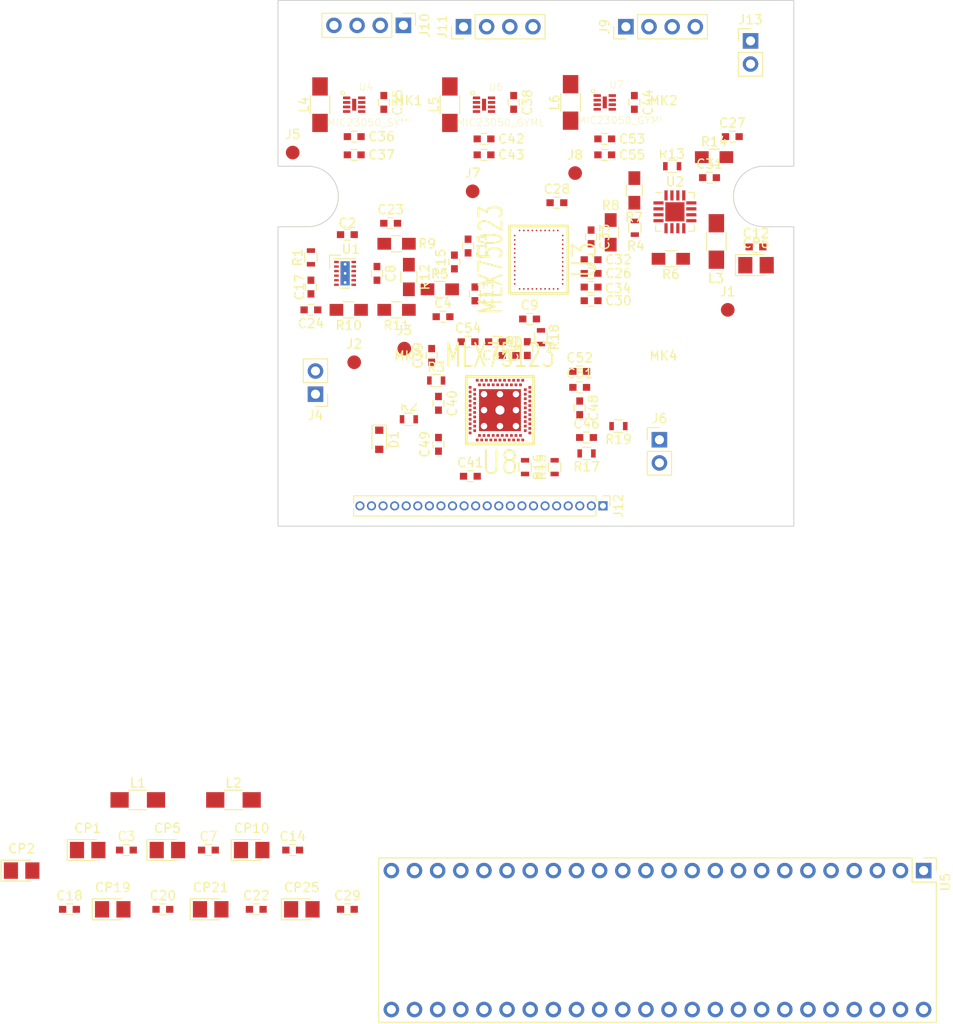
<source format=kicad_pcb>
(kicad_pcb (version 20171130) (host pcbnew "(5.1.0)-1")
  (title_block (title "Sensor board") (rev 1) (company "at Home"))
  (layers (0 F.Cu mixed) (1 In1.Cu mixed hide) (2 In2.Cu mixed hide) (31 B.Cu mixed hide) (35 F.Paste user hide) (37 F.SilkS user) (39 F.Mask user hide) (44 Edge.Cuts user))
  (net 0 "")
  (net 1 GND)
  (net 2 /AVDD3V3)
  (net 3 +5V)
  (net 4 /ARRAYBIAS)
  (net 5 /DVDD3V3)
  (net 6 /MIXH_VOLTAGE)
  (net 7 "Net-(C8-Pad2)")
  (net 8 "Net-(C8-Pad1)")
  (net 9 "Net-(C11-Pad1)")
  (net 10 /3V3_clean)
  (net 11 "Net-(C17-Pad1)")
  (net 12 /VDD1V8)
  (net 13 /VDD1V8_clean)
  (net 14 "Net-(C27-Pad1)")
  (net 15 "Net-(C36-Pad2)")
  (net 16 /VDD3V3)
  (net 17 "Net-(C42-Pad2)")
  (net 18 "Net-(C53-Pad2)")
  (net 19 /LEDN)
  (net 20 /LEDP)
  (net 21 "Net-(L3-Pad2)")
  (net 22 "Net-(L4-Pad1)")
  (net 23 "Net-(L5-Pad1)")
  (net 24 "Net-(L6-Pad1)")
  (net 25 "Net-(R1-Pad2)")
  (net 26 /SDA)
  (net 27 /SCL)
  (net 28 "Net-(R4-Pad1)")
  (net 29 "Net-(R5-Pad2)")
  (net 30 "Net-(R12-Pad2)")
  (net 31 "Net-(R10-Pad1)")
  (net 32 "Net-(R13-Pad2)")
  (net 33 /DMIX+)
  (net 34 /LATCHEN)
  (net 35 /DMIX-)
  (net 36 /ROW7)
  (net 37 /ROW6)
  (net 38 /ROW5)
  (net 39 /ROW4)
  (net 40 /ROW3)
  (net 41 /ROW2)
  (net 42 /ROW1)
  (net 43 /ROW0)
  (net 44 /A3)
  (net 45 /A2)
  (net 46 /A0)
  (net 47 /A1)
  (net 48 /FLUSH)
  (net 49 /RESETOUT)
  (net 50 /COL7)
  (net 51 /COL6)
  (net 52 /COL5)
  (net 53 /COL4)
  (net 54 /COL3)
  (net 55 /COL2)
  (net 56 /COL1)
  (net 57 /COL0)
  (net 58 /SHUTTER)
  (net 59 /VSYNC)
  (net 60 /HSYNC)
  (net 61 /FSYNC)
  (net 62 /PIXCLK)
  (net 63 /DATA0)
  (net 64 /DATA1)
  (net 65 /DATA2)
  (net 66 /DATA3)
  (net 67 /DATA4)
  (net 68 /DATA5)
  (net 69 /DATA6)
  (net 70 /DATA7)
  (net 71 /DATA8)
  (net 72 /DATA9)
  (net 73 /DATA10)
  (net 74 /DATA11)
  (net 75 /CLK_IN)
  (net 76 /QUIET)
  (net 77 /RESET)
  (net 78 /TRIGGER)
  (net 79 "Net-(U8-PadA23)")
  (net 80 "Net-(U8-PadA19)")
  (net 81 "Net-(U8-PadA20)")
  (net 82 "Net-(J13-Pad1)")
  (module footprintsForCamera:MLX75123 (layer F.Cu) (at 97.75 126.75 180)
    (fp_text reference U8 (at 0 -5.75 180) (layer F.SilkS) (effects (font (size 2.54 2.032) (thickness 0.2032))))
    (fp_text value MLX75123 (at 0 6 180) (layer F.SilkS) (effects (font (size 2.54 1.5748) (thickness 0.2032))))
    (pad A34 smd oval (at -3.275 -2.4 270) (size 0.1 0.3) (layers F.Cu F.Paste F.Mask) (net 19 /LEDN))
    (pad A34 smd oval (at -3.275 -2.6 270) (size 0.1 0.3) (layers F.Cu F.Paste F.Mask) (net 19 /LEDN))
    (pad A34 smd rect (at -3.275 -2.5 270) (size 0.2 0.3) (layers F.Cu F.Paste F.Mask) (net 19 /LEDN))
    (pad A35 smd rect (at -3.275 -2 270) (size 0.2 0.3) (layers F.Cu F.Paste F.Mask) (net 33 /DMIX+))
    (pad A35 smd oval (at -3.275 -2.1 270) (size 0.1 0.3) (layers F.Cu F.Paste F.Mask) (net 33 /DMIX+))
    (pad A35 smd oval (at -3.275 -1.9 270) (size 0.1 0.3) (layers F.Cu F.Paste F.Mask) (net 33 /DMIX+))
    (pad A36 smd oval (at -3.275 -1.4 270) (size 0.1 0.3) (layers F.Cu F.Paste F.Mask) (net 5 /DVDD3V3))
    (pad A36 smd oval (at -3.275 -1.6 270) (size 0.1 0.3) (layers F.Cu F.Paste F.Mask) (net 5 /DVDD3V3))
    (pad A36 smd rect (at -3.275 -1.5 270) (size 0.2 0.3) (layers F.Cu F.Paste F.Mask) (net 5 /DVDD3V3))
    (pad A37 smd rect (at -3.275 -1 270) (size 0.2 0.3) (layers F.Cu F.Paste F.Mask) (net 50 /COL7))
    (pad A37 smd oval (at -3.275 -1.1 270) (size 0.1 0.3) (layers F.Cu F.Paste F.Mask) (net 50 /COL7))
    (pad A37 smd oval (at -3.275 -0.9 270) (size 0.1 0.3) (layers F.Cu F.Paste F.Mask) (net 50 /COL7))
    (pad A38 smd rect (at -3.275 -0.5 270) (size 0.2 0.3) (layers F.Cu F.Paste F.Mask) (net 52 /COL5))
    (pad A38 smd oval (at -3.275 -0.6 270) (size 0.1 0.3) (layers F.Cu F.Paste F.Mask) (net 52 /COL5))
    (pad A38 smd oval (at -3.275 -0.4 270) (size 0.1 0.3) (layers F.Cu F.Paste F.Mask) (net 52 /COL5))
    (pad A39 smd oval (at -3.275 0.1 270) (size 0.1 0.3) (layers F.Cu F.Paste F.Mask) (net 54 /COL3))
    (pad A39 smd oval (at -3.275 -0.1 270) (size 0.1 0.3) (layers F.Cu F.Paste F.Mask) (net 54 /COL3))
    (pad A39 smd rect (at -3.275 0 270) (size 0.2 0.3) (layers F.Cu F.Paste F.Mask) (net 54 /COL3))
    (pad A40 smd oval (at -3.275 0.6 270) (size 0.1 0.3) (layers F.Cu F.Paste F.Mask) (net 56 /COL1))
    (pad A40 smd oval (at -3.275 0.4 270) (size 0.1 0.3) (layers F.Cu F.Paste F.Mask) (net 56 /COL1))
    (pad A40 smd rect (at -3.275 0.5 270) (size 0.2 0.3) (layers F.Cu F.Paste F.Mask) (net 56 /COL1))
    (pad A41 smd rect (at -3.275 1 270) (size 0.2 0.3) (layers F.Cu F.Paste F.Mask) (net 1 GND))
    (pad A41 smd oval (at -3.275 0.9 270) (size 0.1 0.3) (layers F.Cu F.Paste F.Mask) (net 1 GND))
    (pad A41 smd oval (at -3.275 1.1 270) (size 0.1 0.3) (layers F.Cu F.Paste F.Mask) (net 1 GND))
    (pad A42 smd oval (at -3.275 1.6 270) (size 0.1 0.3) (layers F.Cu F.Paste F.Mask) (net 43 /ROW0))
    (pad A42 smd oval (at -3.275 1.4 270) (size 0.1 0.3) (layers F.Cu F.Paste F.Mask) (net 43 /ROW0))
    (pad A42 smd rect (at -3.275 1.5 270) (size 0.2 0.3) (layers F.Cu F.Paste F.Mask) (net 43 /ROW0))
    (pad A43 smd rect (at -3.275 2 270) (size 0.2 0.3) (layers F.Cu F.Paste F.Mask) (net 41 /ROW2))
    (pad A43 smd oval (at -3.275 1.9 270) (size 0.1 0.3) (layers F.Cu F.Paste F.Mask) (net 41 /ROW2))
    (pad A43 smd oval (at -3.275 2.1 270) (size 0.1 0.3) (layers F.Cu F.Paste F.Mask) (net 41 /ROW2))
    (pad A44 smd oval (at -3.275 2.6 270) (size 0.1 0.3) (layers F.Cu F.Paste F.Mask) (net 39 /ROW4))
    (pad A44 smd oval (at -3.275 2.4 270) (size 0.1 0.3) (layers F.Cu F.Paste F.Mask) (net 39 /ROW4))
    (pad A44 smd rect (at -3.275 2.5 270) (size 0.2 0.3) (layers F.Cu F.Paste F.Mask) (net 39 /ROW4))
    (pad B31 smd oval (at -2.775 -2.15 270) (size 0.1 0.3) (layers F.Cu F.Paste F.Mask) (net 20 /LEDP))
    (pad B31 smd oval (at -2.775 -2.35 270) (size 0.1 0.3) (layers F.Cu F.Paste F.Mask) (net 20 /LEDP))
    (pad B31 smd rect (at -2.775 -2.25 270) (size 0.2 0.3) (layers F.Cu F.Paste F.Mask) (net 20 /LEDP))
    (pad B32 smd oval (at -2.775 -1.65 270) (size 0.1 0.3) (layers F.Cu F.Paste F.Mask) (net 35 /DMIX-))
    (pad B32 smd oval (at -2.775 -1.85 270) (size 0.1 0.3) (layers F.Cu F.Paste F.Mask) (net 35 /DMIX-))
    (pad B32 smd rect (at -2.775 -1.75 270) (size 0.2 0.3) (layers F.Cu F.Paste F.Mask) (net 35 /DMIX-))
    (pad B33 smd oval (at -2.775 -1.15 270) (size 0.1 0.3) (layers F.Cu F.Paste F.Mask) (net 1 GND))
    (pad B33 smd oval (at -2.775 -1.35 270) (size 0.1 0.3) (layers F.Cu F.Paste F.Mask) (net 1 GND))
    (pad B33 smd rect (at -2.775 -1.25 270) (size 0.2 0.3) (layers F.Cu F.Paste F.Mask) (net 1 GND))
    (pad B34 smd oval (at -2.775 -0.65 270) (size 0.1 0.3) (layers F.Cu F.Paste F.Mask) (net 51 /COL6))
    (pad B34 smd oval (at -2.775 -0.85 270) (size 0.1 0.3) (layers F.Cu F.Paste F.Mask) (net 51 /COL6))
    (pad B34 smd rect (at -2.775 -0.75 270) (size 0.2 0.3) (layers F.Cu F.Paste F.Mask) (net 51 /COL6))
    (pad B35 smd oval (at -2.775 -0.15 270) (size 0.1 0.3) (layers F.Cu F.Paste F.Mask) (net 53 /COL4))
    (pad B35 smd oval (at -2.775 -0.35 270) (size 0.1 0.3) (layers F.Cu F.Paste F.Mask) (net 53 /COL4))
    (pad B35 smd rect (at -2.775 -0.25 270) (size 0.2 0.3) (layers F.Cu F.Paste F.Mask) (net 53 /COL4))
    (pad B36 smd oval (at -2.775 0.35 270) (size 0.1 0.3) (layers F.Cu F.Paste F.Mask) (net 55 /COL2))
    (pad B36 smd oval (at -2.775 0.15 270) (size 0.1 0.3) (layers F.Cu F.Paste F.Mask) (net 55 /COL2))
    (pad B36 smd rect (at -2.775 0.25 270) (size 0.2 0.3) (layers F.Cu F.Paste F.Mask) (net 55 /COL2))
    (pad B37 smd rect (at -2.775 0.75 270) (size 0.2 0.3) (layers F.Cu F.Paste F.Mask) (net 57 /COL0))
    (pad B37 smd oval (at -2.775 0.65 270) (size 0.1 0.3) (layers F.Cu F.Paste F.Mask) (net 57 /COL0))
    (pad B37 smd oval (at -2.775 0.85 270) (size 0.1 0.3) (layers F.Cu F.Paste F.Mask) (net 57 /COL0))
    (pad B38 smd oval (at -2.775 1.35 270) (size 0.1 0.3) (layers F.Cu F.Paste F.Mask) (net 5 /DVDD3V3))
    (pad B38 smd oval (at -2.775 1.15 270) (size 0.1 0.3) (layers F.Cu F.Paste F.Mask) (net 5 /DVDD3V3))
    (pad B38 smd rect (at -2.775 1.25 270) (size 0.2 0.3) (layers F.Cu F.Paste F.Mask) (net 5 /DVDD3V3))
    (pad B39 smd rect (at -2.775 1.75 270) (size 0.2 0.3) (layers F.Cu F.Paste F.Mask) (net 42 /ROW1))
    (pad B39 smd oval (at -2.775 1.65 270) (size 0.1 0.3) (layers F.Cu F.Paste F.Mask) (net 42 /ROW1))
    (pad B39 smd oval (at -2.775 1.85 270) (size 0.1 0.3) (layers F.Cu F.Paste F.Mask) (net 42 /ROW1))
    (pad B40 smd oval (at -2.775 2.35 270) (size 0.1 0.3) (layers F.Cu F.Paste F.Mask) (net 40 /ROW3))
    (pad B40 smd oval (at -2.775 2.15 270) (size 0.1 0.3) (layers F.Cu F.Paste F.Mask) (net 40 /ROW3))
    (pad B40 smd rect (at -2.775 2.25 270) (size 0.2 0.3) (layers F.Cu F.Paste F.Mask) (net 40 /ROW3))
    (pad A1 smd rect (at -2.5 3.275 90) (size 0.2 0.3) (layers F.Cu F.Paste F.Mask) (net 38 /ROW5))
    (pad A1 smd oval (at -2.5 3.375 90) (size 0.1 0.3) (layers F.Cu F.Paste F.Mask) (net 38 /ROW5))
    (pad A1 smd oval (at -2.5 3.175 90) (size 0.1 0.3) (layers F.Cu F.Paste F.Mask) (net 38 /ROW5))
    (pad A2 smd oval (at -2 3.175 90) (size 0.1 0.3) (layers F.Cu F.Paste F.Mask) (net 36 /ROW7))
    (pad A2 smd oval (at -2 3.375 90) (size 0.1 0.3) (layers F.Cu F.Paste F.Mask) (net 36 /ROW7))
    (pad A2 smd rect (at -2 3.275 90) (size 0.2 0.3) (layers F.Cu F.Paste F.Mask) (net 36 /ROW7))
    (pad A4 smd rect (at -1 3.275 90) (size 0.2 0.3) (layers F.Cu F.Paste F.Mask) (net 34 /LATCHEN))
    (pad A4 smd oval (at -1 3.375 90) (size 0.1 0.3) (layers F.Cu F.Paste F.Mask) (net 34 /LATCHEN))
    (pad A4 smd oval (at -1 3.175 90) (size 0.1 0.3) (layers F.Cu F.Paste F.Mask) (net 34 /LATCHEN))
    (pad A3 smd oval (at -1.5 3.175 90) (size 0.1 0.3) (layers F.Cu F.Paste F.Mask) (net 49 /RESETOUT))
    (pad A3 smd oval (at -1.5 3.375 90) (size 0.1 0.3) (layers F.Cu F.Paste F.Mask) (net 49 /RESETOUT))
    (pad A3 smd rect (at -1.5 3.275 90) (size 0.2 0.3) (layers F.Cu F.Paste F.Mask) (net 49 /RESETOUT))
    (pad A7 smd rect (at 0.5 3.275 90) (size 0.2 0.3) (layers F.Cu F.Paste F.Mask) (net 45 /A2))
    (pad A7 smd oval (at 0.5 3.375 90) (size 0.1 0.3) (layers F.Cu F.Paste F.Mask) (net 45 /A2))
    (pad A7 smd oval (at 0.5 3.175 90) (size 0.1 0.3) (layers F.Cu F.Paste F.Mask) (net 45 /A2))
    (pad A8 smd oval (at 1 3.175 90) (size 0.1 0.3) (layers F.Cu F.Paste F.Mask) (net 1 GND))
    (pad A8 smd oval (at 1 3.375 90) (size 0.1 0.3) (layers F.Cu F.Paste F.Mask) (net 1 GND))
    (pad A8 smd rect (at 1 3.275 90) (size 0.2 0.3) (layers F.Cu F.Paste F.Mask) (net 1 GND))
    (pad A6 smd rect (at 0 3.275 90) (size 0.2 0.3) (layers F.Cu F.Paste F.Mask) (net 47 /A1))
    (pad A6 smd oval (at 0 3.375 90) (size 0.1 0.3) (layers F.Cu F.Paste F.Mask) (net 47 /A1))
    (pad A6 smd oval (at 0 3.175 90) (size 0.1 0.3) (layers F.Cu F.Paste F.Mask) (net 47 /A1))
    (pad A5 smd oval (at -0.5 3.175 90) (size 0.1 0.3) (layers F.Cu F.Paste F.Mask) (net 1 GND))
    (pad A5 smd oval (at -0.5 3.375 90) (size 0.1 0.3) (layers F.Cu F.Paste F.Mask) (net 1 GND))
    (pad A5 smd rect (at -0.5 3.275 90) (size 0.2 0.3) (layers F.Cu F.Paste F.Mask) (net 1 GND))
    (pad A9 smd oval (at 1.5 3.175 90) (size 0.1 0.3) (layers F.Cu F.Paste F.Mask) (net 13 /VDD1V8_clean))
    (pad A9 smd oval (at 1.5 3.375 90) (size 0.1 0.3) (layers F.Cu F.Paste F.Mask) (net 13 /VDD1V8_clean))
    (pad A9 smd rect (at 1.5 3.275 90) (size 0.2 0.3) (layers F.Cu F.Paste F.Mask) (net 13 /VDD1V8_clean))
    (pad A11 smd rect (at 2.5 3.275 90) (size 0.2 0.3) (layers F.Cu F.Paste F.Mask) (net 1 GND))
    (pad A11 smd oval (at 2.5 3.375 90) (size 0.1 0.3) (layers F.Cu F.Paste F.Mask) (net 1 GND))
    (pad A11 smd oval (at 2.5 3.175 90) (size 0.1 0.3) (layers F.Cu F.Paste F.Mask) (net 1 GND))
    (pad A10 smd oval (at 2 3.175 90) (size 0.1 0.3) (layers F.Cu F.Paste F.Mask) (net 13 /VDD1V8_clean))
    (pad A10 smd oval (at 2 3.375 90) (size 0.1 0.3) (layers F.Cu F.Paste F.Mask) (net 13 /VDD1V8_clean))
    (pad A10 smd rect (at 2 3.275 90) (size 0.2 0.3) (layers F.Cu F.Paste F.Mask) (net 13 /VDD1V8_clean))
    (pad B10 smd oval (at 2.25 2.675 90) (size 0.1 0.3) (layers F.Cu F.Paste F.Mask) (net 1 GND))
    (pad B10 smd oval (at 2.25 2.875 90) (size 0.1 0.3) (layers F.Cu F.Paste F.Mask) (net 1 GND))
    (pad B10 smd rect (at 2.25 2.775 90) (size 0.2 0.3) (layers F.Cu F.Paste F.Mask) (net 1 GND))
    (pad B9 smd rect (at 1.75 2.775 90) (size 0.2 0.3) (layers F.Cu F.Paste F.Mask) (net 1 GND))
    (pad B9 smd oval (at 1.75 2.875 90) (size 0.1 0.3) (layers F.Cu F.Paste F.Mask) (net 1 GND))
    (pad B9 smd oval (at 1.75 2.675 90) (size 0.1 0.3) (layers F.Cu F.Paste F.Mask) (net 1 GND))
    (pad B8 smd oval (at 1.25 2.675 90) (size 0.1 0.3) (layers F.Cu F.Paste F.Mask) (net 1 GND))
    (pad B8 smd oval (at 1.25 2.875 90) (size 0.1 0.3) (layers F.Cu F.Paste F.Mask) (net 1 GND))
    (pad B8 smd rect (at 1.25 2.775 90) (size 0.2 0.3) (layers F.Cu F.Paste F.Mask) (net 1 GND))
    (pad B7 smd rect (at 0.75 2.775 90) (size 0.2 0.3) (layers F.Cu F.Paste F.Mask) (net 44 /A3))
    (pad B7 smd oval (at 0.75 2.875 90) (size 0.1 0.3) (layers F.Cu F.Paste F.Mask) (net 44 /A3))
    (pad B7 smd oval (at 0.75 2.675 90) (size 0.1 0.3) (layers F.Cu F.Paste F.Mask) (net 44 /A3))
    (pad B6 smd oval (at 0.25 2.675 90) (size 0.1 0.3) (layers F.Cu F.Paste F.Mask) (net 46 /A0))
    (pad B6 smd oval (at 0.25 2.875 90) (size 0.1 0.3) (layers F.Cu F.Paste F.Mask) (net 46 /A0))
    (pad B6 smd rect (at 0.25 2.775 90) (size 0.2 0.3) (layers F.Cu F.Paste F.Mask) (net 46 /A0))
    (pad B4 smd rect (at -0.75 2.775 90) (size 0.2 0.3) (layers F.Cu F.Paste F.Mask) (net 2 /AVDD3V3))
    (pad B4 smd oval (at -0.75 2.875 90) (size 0.1 0.3) (layers F.Cu F.Paste F.Mask) (net 2 /AVDD3V3))
    (pad B4 smd oval (at -0.75 2.675 90) (size 0.1 0.3) (layers F.Cu F.Paste F.Mask) (net 2 /AVDD3V3))
    (pad B5 smd oval (at -0.25 2.675 90) (size 0.1 0.3) (layers F.Cu F.Paste F.Mask) (net 13 /VDD1V8_clean))
    (pad B5 smd oval (at -0.25 2.875 90) (size 0.1 0.3) (layers F.Cu F.Paste F.Mask) (net 13 /VDD1V8_clean))
    (pad B5 smd rect (at -0.25 2.775 90) (size 0.2 0.3) (layers F.Cu F.Paste F.Mask) (net 13 /VDD1V8_clean))
    (pad B3 smd oval (at -1.25 2.675 90) (size 0.1 0.3) (layers F.Cu F.Paste F.Mask) (net 48 /FLUSH))
    (pad B3 smd oval (at -1.25 2.875 90) (size 0.1 0.3) (layers F.Cu F.Paste F.Mask) (net 48 /FLUSH))
    (pad B3 smd rect (at -1.25 2.775 90) (size 0.2 0.3) (layers F.Cu F.Paste F.Mask) (net 48 /FLUSH))
    (pad B2 smd rect (at -1.75 2.775 90) (size 0.2 0.3) (layers F.Cu F.Paste F.Mask) (net 58 /SHUTTER))
    (pad B2 smd oval (at -1.75 2.875 90) (size 0.1 0.3) (layers F.Cu F.Paste F.Mask) (net 58 /SHUTTER))
    (pad B2 smd oval (at -1.75 2.675 90) (size 0.1 0.3) (layers F.Cu F.Paste F.Mask) (net 58 /SHUTTER))
    (pad B1 smd oval (at -2.25 2.675 90) (size 0.1 0.3) (layers F.Cu F.Paste F.Mask) (net 37 /ROW6))
    (pad B1 smd oval (at -2.25 2.875 90) (size 0.1 0.3) (layers F.Cu F.Paste F.Mask) (net 37 /ROW6))
    (pad B1 smd rect (at -2.25 2.775 90) (size 0.2 0.3) (layers F.Cu F.Paste F.Mask) (net 37 /ROW6))
    (pad A24 smd rect (at 2 -3.275 90) (size 0.2 0.3) (layers F.Cu F.Paste F.Mask) (net 1 GND))
    (pad A24 smd oval (at 2 -3.175 90) (size 0.1 0.3) (layers F.Cu F.Paste F.Mask) (net 1 GND))
    (pad A24 smd oval (at 2 -3.375 90) (size 0.1 0.3) (layers F.Cu F.Paste F.Mask) (net 1 GND))
    (pad A23 smd oval (at 2.5 -3.375 90) (size 0.1 0.3) (layers F.Cu F.Paste F.Mask) (net 79 "Net-(U8-PadA23)"))
    (pad A23 smd oval (at 2.5 -3.175 90) (size 0.1 0.3) (layers F.Cu F.Paste F.Mask) (net 79 "Net-(U8-PadA23)"))
    (pad A23 smd rect (at 2.5 -3.275 90) (size 0.2 0.3) (layers F.Cu F.Paste F.Mask) (net 79 "Net-(U8-PadA23)"))
    (pad A25 smd rect (at 1.5 -3.275 90) (size 0.2 0.3) (layers F.Cu F.Paste F.Mask) (net 73 /DATA10))
    (pad A25 smd oval (at 1.5 -3.175 90) (size 0.1 0.3) (layers F.Cu F.Paste F.Mask) (net 73 /DATA10))
    (pad A25 smd oval (at 1.5 -3.375 90) (size 0.1 0.3) (layers F.Cu F.Paste F.Mask) (net 73 /DATA10))
    (pad A29 smd rect (at -0.5 -3.275 90) (size 0.2 0.3) (layers F.Cu F.Paste F.Mask) (net 65 /DATA2))
    (pad A29 smd oval (at -0.5 -3.175 90) (size 0.1 0.3) (layers F.Cu F.Paste F.Mask) (net 65 /DATA2))
    (pad A29 smd oval (at -0.5 -3.375 90) (size 0.1 0.3) (layers F.Cu F.Paste F.Mask) (net 65 /DATA2))
    (pad A28 smd oval (at 0 -3.375 90) (size 0.1 0.3) (layers F.Cu F.Paste F.Mask) (net 67 /DATA4))
    (pad A28 smd oval (at 0 -3.175 90) (size 0.1 0.3) (layers F.Cu F.Paste F.Mask) (net 67 /DATA4))
    (pad A28 smd rect (at 0 -3.275 90) (size 0.2 0.3) (layers F.Cu F.Paste F.Mask) (net 67 /DATA4))
    (pad A26 smd rect (at 1 -3.275 90) (size 0.2 0.3) (layers F.Cu F.Paste F.Mask) (net 71 /DATA8))
    (pad A26 smd oval (at 1 -3.175 90) (size 0.1 0.3) (layers F.Cu F.Paste F.Mask) (net 71 /DATA8))
    (pad A26 smd oval (at 1 -3.375 90) (size 0.1 0.3) (layers F.Cu F.Paste F.Mask) (net 71 /DATA8))
    (pad A27 smd oval (at 0.5 -3.375 90) (size 0.1 0.3) (layers F.Cu F.Paste F.Mask) (net 69 /DATA6))
    (pad A27 smd oval (at 0.5 -3.175 90) (size 0.1 0.3) (layers F.Cu F.Paste F.Mask) (net 69 /DATA6))
    (pad A27 smd rect (at 0.5 -3.275 90) (size 0.2 0.3) (layers F.Cu F.Paste F.Mask) (net 69 /DATA6))
    (pad A31 smd rect (at -1.5 -3.275 90) (size 0.2 0.3) (layers F.Cu F.Paste F.Mask) (net 61 /FSYNC))
    (pad A31 smd oval (at -1.5 -3.175 90) (size 0.1 0.3) (layers F.Cu F.Paste F.Mask) (net 61 /FSYNC))
    (pad A31 smd oval (at -1.5 -3.375 90) (size 0.1 0.3) (layers F.Cu F.Paste F.Mask) (net 61 /FSYNC))
    (pad A30 smd oval (at -1 -3.375 90) (size 0.1 0.3) (layers F.Cu F.Paste F.Mask) (net 63 /DATA0))
    (pad A30 smd oval (at -1 -3.175 90) (size 0.1 0.3) (layers F.Cu F.Paste F.Mask) (net 63 /DATA0))
    (pad A30 smd rect (at -1 -3.275 90) (size 0.2 0.3) (layers F.Cu F.Paste F.Mask) (net 63 /DATA0))
    (pad A32 smd rect (at -2 -3.275 90) (size 0.2 0.3) (layers F.Cu F.Paste F.Mask) (net 59 /VSYNC))
    (pad A32 smd oval (at -2 -3.175 90) (size 0.1 0.3) (layers F.Cu F.Paste F.Mask) (net 59 /VSYNC))
    (pad A32 smd oval (at -2 -3.375 90) (size 0.1 0.3) (layers F.Cu F.Paste F.Mask) (net 59 /VSYNC))
    (pad B30 smd rect (at -2.25 -2.775 90) (size 0.2 0.3) (layers F.Cu F.Paste F.Mask) (net 5 /DVDD3V3))
    (pad B30 smd oval (at -2.25 -2.675 90) (size 0.1 0.3) (layers F.Cu F.Paste F.Mask) (net 5 /DVDD3V3))
    (pad B30 smd oval (at -2.25 -2.875 90) (size 0.1 0.3) (layers F.Cu F.Paste F.Mask) (net 5 /DVDD3V3))
    (pad B29 smd oval (at -1.75 -2.875 90) (size 0.1 0.3) (layers F.Cu F.Paste F.Mask) (net 60 /HSYNC))
    (pad B29 smd oval (at -1.75 -2.675 90) (size 0.1 0.3) (layers F.Cu F.Paste F.Mask) (net 60 /HSYNC))
    (pad B29 smd rect (at -1.75 -2.775 90) (size 0.2 0.3) (layers F.Cu F.Paste F.Mask) (net 60 /HSYNC))
    (pad B28 smd rect (at -1.25 -2.775 90) (size 0.2 0.3) (layers F.Cu F.Paste F.Mask) (net 62 /PIXCLK))
    (pad B28 smd oval (at -1.25 -2.675 90) (size 0.1 0.3) (layers F.Cu F.Paste F.Mask) (net 62 /PIXCLK))
    (pad B28 smd oval (at -1.25 -2.875 90) (size 0.1 0.3) (layers F.Cu F.Paste F.Mask) (net 62 /PIXCLK))
    (pad B26 smd rect (at -0.25 -2.775 90) (size 0.2 0.3) (layers F.Cu F.Paste F.Mask) (net 66 /DATA3))
    (pad B26 smd oval (at -0.25 -2.675 90) (size 0.1 0.3) (layers F.Cu F.Paste F.Mask) (net 66 /DATA3))
    (pad B26 smd oval (at -0.25 -2.875 90) (size 0.1 0.3) (layers F.Cu F.Paste F.Mask) (net 66 /DATA3))
    (pad B27 smd oval (at -0.75 -2.875 90) (size 0.1 0.3) (layers F.Cu F.Paste F.Mask) (net 64 /DATA1))
    (pad B27 smd oval (at -0.75 -2.675 90) (size 0.1 0.3) (layers F.Cu F.Paste F.Mask) (net 64 /DATA1))
    (pad B27 smd rect (at -0.75 -2.775 90) (size 0.2 0.3) (layers F.Cu F.Paste F.Mask) (net 64 /DATA1))
    (pad B25 smd rect (at 0.25 -2.775 90) (size 0.2 0.3) (layers F.Cu F.Paste F.Mask) (net 68 /DATA5))
    (pad B25 smd oval (at 0.25 -2.675 90) (size 0.1 0.3) (layers F.Cu F.Paste F.Mask) (net 68 /DATA5))
    (pad B25 smd oval (at 0.25 -2.875 90) (size 0.1 0.3) (layers F.Cu F.Paste F.Mask) (net 68 /DATA5))
    (pad B24 smd oval (at 0.75 -2.875 90) (size 0.1 0.3) (layers F.Cu F.Paste F.Mask) (net 70 /DATA7))
    (pad B24 smd oval (at 0.75 -2.675 90) (size 0.1 0.3) (layers F.Cu F.Paste F.Mask) (net 70 /DATA7))
    (pad B24 smd rect (at 0.75 -2.775 90) (size 0.2 0.3) (layers F.Cu F.Paste F.Mask) (net 70 /DATA7))
    (pad B23 smd rect (at 1.25 -2.775 90) (size 0.2 0.3) (layers F.Cu F.Paste F.Mask) (net 72 /DATA9))
    (pad B23 smd oval (at 1.25 -2.675 90) (size 0.1 0.3) (layers F.Cu F.Paste F.Mask) (net 72 /DATA9))
    (pad B23 smd oval (at 1.25 -2.875 90) (size 0.1 0.3) (layers F.Cu F.Paste F.Mask) (net 72 /DATA9))
    (pad B22 smd oval (at 1.75 -2.875 90) (size 0.1 0.3) (layers F.Cu F.Paste F.Mask) (net 74 /DATA11))
    (pad B22 smd oval (at 1.75 -2.675 90) (size 0.1 0.3) (layers F.Cu F.Paste F.Mask) (net 74 /DATA11))
    (pad B22 smd rect (at 1.75 -2.775 90) (size 0.2 0.3) (layers F.Cu F.Paste F.Mask) (net 74 /DATA11))
    (pad B21 smd rect (at 2.25 -2.775 90) (size 0.2 0.3) (layers F.Cu F.Paste F.Mask) (net 5 /DVDD3V3))
    (pad B21 smd oval (at 2.25 -2.675 90) (size 0.1 0.3) (layers F.Cu F.Paste F.Mask) (net 5 /DVDD3V3))
    (pad B21 smd oval (at 2.25 -2.875 90) (size 0.1 0.3) (layers F.Cu F.Paste F.Mask) (net 5 /DVDD3V3))
    (pad B11 smd rect (at 2.775 2.25 270) (size 0.2 0.3) (layers F.Cu F.Paste F.Mask) (net 26 /SDA))
    (pad B11 smd oval (at 2.775 2.15 270) (size 0.1 0.3) (layers F.Cu F.Paste F.Mask) (net 26 /SDA))
    (pad B11 smd oval (at 2.775 2.35 270) (size 0.1 0.3) (layers F.Cu F.Paste F.Mask) (net 26 /SDA))
    (pad A12 smd rect (at 3.275 2.5 270) (size 0.2 0.3) (layers F.Cu F.Paste F.Mask) (net 27 /SCL))
    (pad A12 smd oval (at 3.275 2.4 270) (size 0.1 0.3) (layers F.Cu F.Paste F.Mask) (net 27 /SCL))
    (pad A12 smd oval (at 3.275 2.6 270) (size 0.1 0.3) (layers F.Cu F.Paste F.Mask) (net 27 /SCL))
    (pad B12 smd oval (at 2.775 1.85 270) (size 0.1 0.3) (layers F.Cu F.Paste F.Mask) (net 5 /DVDD3V3))
    (pad B12 smd oval (at 2.775 1.65 270) (size 0.1 0.3) (layers F.Cu F.Paste F.Mask) (net 5 /DVDD3V3))
    (pad B12 smd rect (at 2.775 1.75 270) (size 0.2 0.3) (layers F.Cu F.Paste F.Mask) (net 5 /DVDD3V3))
    (pad A13 smd oval (at 3.275 2.1 270) (size 0.1 0.3) (layers F.Cu F.Paste F.Mask) (net 78 /TRIGGER))
    (pad A13 smd oval (at 3.275 1.9 270) (size 0.1 0.3) (layers F.Cu F.Paste F.Mask) (net 78 /TRIGGER))
    (pad A13 smd rect (at 3.275 2 270) (size 0.2 0.3) (layers F.Cu F.Paste F.Mask) (net 78 /TRIGGER))
    (pad B13 smd rect (at 2.775 1.25 270) (size 0.2 0.3) (layers F.Cu F.Paste F.Mask) (net 75 /CLK_IN))
    (pad B13 smd oval (at 2.775 1.15 270) (size 0.1 0.3) (layers F.Cu F.Paste F.Mask) (net 75 /CLK_IN))
    (pad B13 smd oval (at 2.775 1.35 270) (size 0.1 0.3) (layers F.Cu F.Paste F.Mask) (net 75 /CLK_IN))
    (pad A14 smd rect (at 3.275 1.5 270) (size 0.2 0.3) (layers F.Cu F.Paste F.Mask) (net 77 /RESET))
    (pad A14 smd oval (at 3.275 1.4 270) (size 0.1 0.3) (layers F.Cu F.Paste F.Mask) (net 77 /RESET))
    (pad A14 smd oval (at 3.275 1.6 270) (size 0.1 0.3) (layers F.Cu F.Paste F.Mask) (net 77 /RESET))
    (pad B14 smd oval (at 2.775 0.85 270) (size 0.1 0.3) (layers F.Cu F.Paste F.Mask) (net 13 /VDD1V8_clean))
    (pad B14 smd oval (at 2.775 0.65 270) (size 0.1 0.3) (layers F.Cu F.Paste F.Mask) (net 13 /VDD1V8_clean))
    (pad B14 smd rect (at 2.775 0.75 270) (size 0.2 0.3) (layers F.Cu F.Paste F.Mask) (net 13 /VDD1V8_clean))
    (pad A15 smd oval (at 3.275 1.1 270) (size 0.1 0.3) (layers F.Cu F.Paste F.Mask) (net 76 /QUIET))
    (pad A15 smd oval (at 3.275 0.9 270) (size 0.1 0.3) (layers F.Cu F.Paste F.Mask) (net 76 /QUIET))
    (pad A15 smd rect (at 3.275 1 270) (size 0.2 0.3) (layers F.Cu F.Paste F.Mask) (net 76 /QUIET))
    (pad B15 smd rect (at 2.775 0.25 270) (size 0.2 0.3) (layers F.Cu F.Paste F.Mask) (net 1 GND))
    (pad B15 smd oval (at 2.775 0.15 270) (size 0.1 0.3) (layers F.Cu F.Paste F.Mask) (net 1 GND))
    (pad B15 smd oval (at 2.775 0.35 270) (size 0.1 0.3) (layers F.Cu F.Paste F.Mask) (net 1 GND))
    (pad B16 smd rect (at 2.775 -0.25 270) (size 0.2 0.3) (layers F.Cu F.Paste F.Mask) (net 1 GND))
    (pad B16 smd oval (at 2.775 -0.35 270) (size 0.1 0.3) (layers F.Cu F.Paste F.Mask) (net 1 GND))
    (pad B16 smd oval (at 2.775 -0.15 270) (size 0.1 0.3) (layers F.Cu F.Paste F.Mask) (net 1 GND))
    (pad A16 smd rect (at 3.275 0.5 270) (size 0.2 0.3) (layers F.Cu F.Paste F.Mask) (net 1 GND))
    (pad A16 smd oval (at 3.275 0.4 270) (size 0.1 0.3) (layers F.Cu F.Paste F.Mask) (net 1 GND))
    (pad A16 smd oval (at 3.275 0.6 270) (size 0.1 0.3) (layers F.Cu F.Paste F.Mask) (net 1 GND))
    (pad A17 smd rect (at 3.275 0 270) (size 0.2 0.3) (layers F.Cu F.Paste F.Mask) (net 1 GND))
    (pad A17 smd oval (at 3.275 -0.1 270) (size 0.1 0.3) (layers F.Cu F.Paste F.Mask) (net 1 GND))
    (pad A17 smd oval (at 3.275 0.1 270) (size 0.1 0.3) (layers F.Cu F.Paste F.Mask) (net 1 GND))
    (pad B17 smd rect (at 2.775 -0.75 270) (size 0.2 0.3) (layers F.Cu F.Paste F.Mask) (net 5 /DVDD3V3))
    (pad B17 smd oval (at 2.775 -0.85 270) (size 0.1 0.3) (layers F.Cu F.Paste F.Mask) (net 5 /DVDD3V3))
    (pad B17 smd oval (at 2.775 -0.65 270) (size 0.1 0.3) (layers F.Cu F.Paste F.Mask) (net 5 /DVDD3V3))
    (pad B18 smd rect (at 2.775 -1.25 270) (size 0.2 0.3) (layers F.Cu F.Paste F.Mask) (net 1 GND))
    (pad B18 smd oval (at 2.775 -1.35 270) (size 0.1 0.3) (layers F.Cu F.Paste F.Mask) (net 1 GND))
    (pad B18 smd oval (at 2.775 -1.15 270) (size 0.1 0.3) (layers F.Cu F.Paste F.Mask) (net 1 GND))
    (pad B19 smd rect (at 2.775 -1.75 270) (size 0.2 0.3) (layers F.Cu F.Paste F.Mask) (net 1 GND))
    (pad B19 smd oval (at 2.775 -1.85 270) (size 0.1 0.3) (layers F.Cu F.Paste F.Mask) (net 1 GND))
    (pad B19 smd oval (at 2.775 -1.65 270) (size 0.1 0.3) (layers F.Cu F.Paste F.Mask) (net 1 GND))
    (pad B20 smd rect (at 2.775 -2.25 270) (size 0.2 0.3) (layers F.Cu F.Paste F.Mask) (net 12 /VDD1V8))
    (pad B20 smd oval (at 2.775 -2.35 270) (size 0.1 0.3) (layers F.Cu F.Paste F.Mask) (net 12 /VDD1V8))
    (pad B20 smd oval (at 2.775 -2.15 270) (size 0.1 0.3) (layers F.Cu F.Paste F.Mask) (net 12 /VDD1V8))
    (pad A18 smd oval (at 3.275 -0.4 270) (size 0.1 0.3) (layers F.Cu F.Paste F.Mask) (net 1 GND))
    (pad A18 smd oval (at 3.275 -0.6 270) (size 0.1 0.3) (layers F.Cu F.Paste F.Mask) (net 1 GND))
    (pad A18 smd rect (at 3.275 -0.5 270) (size 0.2 0.3) (layers F.Cu F.Paste F.Mask) (net 1 GND))
    (pad A19 smd oval (at 3.275 -0.9 270) (size 0.1 0.3) (layers F.Cu F.Paste F.Mask) (net 80 "Net-(U8-PadA19)"))
    (pad A19 smd oval (at 3.275 -1.1 270) (size 0.1 0.3) (layers F.Cu F.Paste F.Mask) (net 80 "Net-(U8-PadA19)"))
    (pad A19 smd rect (at 3.275 -1 270) (size 0.2 0.3) (layers F.Cu F.Paste F.Mask) (net 80 "Net-(U8-PadA19)"))
    (pad A20 smd rect (at 3.275 -1.5 270) (size 0.2 0.3) (layers F.Cu F.Paste F.Mask) (net 81 "Net-(U8-PadA20)"))
    (pad A20 smd oval (at 3.275 -1.6 270) (size 0.1 0.3) (layers F.Cu F.Paste F.Mask) (net 81 "Net-(U8-PadA20)"))
    (pad A20 smd oval (at 3.275 -1.4 270) (size 0.1 0.3) (layers F.Cu F.Paste F.Mask) (net 81 "Net-(U8-PadA20)"))
    (pad A21 smd oval (at 3.275 -1.9 270) (size 0.1 0.3) (layers F.Cu F.Paste F.Mask) (net 1 GND))
    (pad A21 smd oval (at 3.275 -2.1 270) (size 0.1 0.3) (layers F.Cu F.Paste F.Mask) (net 1 GND))
    (pad A21 smd rect (at 3.275 -2 270) (size 0.2 0.3) (layers F.Cu F.Paste F.Mask) (net 1 GND))
    (pad A22 smd rect (at 3.275 -2.5 270) (size 0.2 0.3) (layers F.Cu F.Paste F.Mask) (net 1 GND))
    (pad A22 smd oval (at 3.275 -2.6 270) (size 0.1 0.3) (layers F.Cu F.Paste F.Mask) (net 1 GND))
    (pad GND smd rect (at 0 0 180) (size 4.6 4.6) (layers F.Cu F.Paste F.Mask))
    (pad H1 thru_hole circle (at 0 0 180) (size 1 1) (drill 1) (layers *.Cu *.Mask))
    (pad H2 thru_hole circle (at -1.75 -1.75 180) (size 0.7 0.7) (drill 0.7) (layers *.Cu *.Mask))
    (pad H3 thru_hole circle (at 1.75 -1.75 180) (size 0.7 0.7) (drill 0.7) (layers *.Cu *.Mask))
    (pad H4 thru_hole circle (at 1.75 1.75 180) (size 0.7 0.7) (drill 0.7) (layers *.Cu *.Mask))
    (pad H5 thru_hole circle (at -1.75 1.75 180) (size 0.7 0.7) (drill 0.7) (layers *.Cu *.Mask))
    (pad H6 thru_hole circle (at -1.75 0 180) (size 0.7 0.7) (drill 0.7) (layers *.Cu *.Mask))
    (pad H8 thru_hole circle (at 0 -1.75 180) (size 0.7 0.7) (drill 0.7) (layers *.Cu *.Mask))
    (pad H9 thru_hole circle (at 0 1.75 180) (size 0.7 0.7) (drill 0.7) (layers *.Cu *.Mask))
    (pad H10 thru_hole circle (at 1.75 0 180) (size 0.7 0.7) (drill 0.7) (layers *.Cu *.Mask))
    (pad A22 smd oval (at 3.275 -2.4 270) (size 0.1 0.3) (layers F.Cu F.Paste F.Mask) (net 1 GND))
    (pad A33 smd oval (at -2.5 -3.375 90) (size 0.1 0.3) (layers F.Cu F.Paste F.Mask) (net 1 GND))
    (pad A33 smd oval (at -2.5 -3.175 90) (size 0.1 0.3) (layers F.Cu F.Paste F.Mask) (net 1 GND))
    (pad A33 smd rect (at -2.5 -3.275 90) (size 0.2 0.3) (layers F.Cu F.Paste F.Mask) (net 1 GND))
  )
  (module footprintsForCamera:MIC23050 (layer F.Cu) (at 109.25 93)
    (fp_text reference U7 (at 1.29725 -1.94582) (layer F.SilkS) (effects (font (size 0.794468 0.794468) (thickness 0.05))))
    (fp_text value MIC23050_GYML (at 1.82259 1.96841) (layer F.SilkS) (effects (font (size 0.803662 0.803662) (thickness 0.05))))
    (pad 1 smd rect (at -0.827 -0.75) (size 0.8 0.3) (layers F.Cu F.Paste F.Mask) (net 24 "Net-(L6-Pad1)"))
    (pad 2 smd rect (at -0.827 -0.25) (size 0.8 0.3) (layers F.Cu F.Paste F.Mask) (net 3 +5V))
    (pad 3 smd rect (at -0.827 0.25) (size 0.8 0.3) (layers F.Cu F.Paste F.Mask))
    (pad 4 smd rect (at -0.827 0.75) (size 0.8 0.3) (layers F.Cu F.Paste F.Mask) (net 13 /VDD1V8_clean))
    (pad 5 smd rect (at 0.827 0.75 180) (size 0.8 0.3) (layers F.Cu F.Paste F.Mask) (net 18 "Net-(C53-Pad2)"))
    (pad 6 smd rect (at 0.827 0.25 180) (size 0.8 0.3) (layers F.Cu F.Paste F.Mask) (net 1 GND))
    (pad 7 smd rect (at 0.827 -0.25 180) (size 0.8 0.3) (layers F.Cu F.Paste F.Mask) (net 3 +5V))
    (pad 8 smd rect (at 0.827 -0.75 180) (size 0.8 0.3) (layers F.Cu F.Paste F.Mask) (net 1 GND))
    (pad 9 smd rect (at 0 0 270) (size 1.3 0.45) (layers F.Cu F.Paste F.Mask) (net 1 GND))
  )
  (module footprintsForCamera:MIC23050 (layer F.Cu) (at 96 93.25)
    (fp_text reference U6 (at 1.29725 -1.94582) (layer F.SilkS) (effects (font (size 0.794468 0.794468) (thickness 0.05))))
    (fp_text value MIC23050_GYML (at 1.82259 1.96841) (layer F.SilkS) (effects (font (size 0.803662 0.803662) (thickness 0.05))))
    (pad 1 smd rect (at -0.827 -0.75) (size 0.8 0.3) (layers F.Cu F.Paste F.Mask) (net 23 "Net-(L5-Pad1)"))
    (pad 2 smd rect (at -0.827 -0.25) (size 0.8 0.3) (layers F.Cu F.Paste F.Mask) (net 3 +5V))
    (pad 3 smd rect (at -0.827 0.25) (size 0.8 0.3) (layers F.Cu F.Paste F.Mask))
    (pad 4 smd rect (at -0.827 0.75) (size 0.8 0.3) (layers F.Cu F.Paste F.Mask) (net 12 /VDD1V8))
    (pad 5 smd rect (at 0.827 0.75 180) (size 0.8 0.3) (layers F.Cu F.Paste F.Mask) (net 17 "Net-(C42-Pad2)"))
    (pad 6 smd rect (at 0.827 0.25 180) (size 0.8 0.3) (layers F.Cu F.Paste F.Mask) (net 1 GND))
    (pad 7 smd rect (at 0.827 -0.25 180) (size 0.8 0.3) (layers F.Cu F.Paste F.Mask) (net 3 +5V))
    (pad 8 smd rect (at 0.827 -0.75 180) (size 0.8 0.3) (layers F.Cu F.Paste F.Mask) (net 1 GND))
    (pad 9 smd rect (at 0 0 270) (size 1.3 0.45) (layers F.Cu F.Paste F.Mask) (net 1 GND))
  )
  (module footprintsForCamera:Cmod_A7 (layer F.Cu) (at 144.25 177.25 270)
    (fp_text reference U5 (at 1.27 -2.39 270) (layer F.SilkS))
    (fp_text value Cmod_A7)
    (pad 1 thru_hole rect (at 0 0 270) (size 1.7 1.7) (drill 1) (layers *.Cu *.Mask) (net 59 /VSYNC))
    (pad 48 thru_hole oval (at 15.24 0 270) (size 1.7 1.7) (drill 1) (layers *.Cu *.Mask))
    (pad 2 thru_hole oval (at 0 2.54 270) (size 1.7 1.7) (drill 1) (layers *.Cu *.Mask) (net 60 /HSYNC))
    (pad 47 thru_hole oval (at 15.24 2.54 270) (size 1.7 1.7) (drill 1) (layers *.Cu *.Mask))
    (pad 3 thru_hole oval (at 0 5.08 270) (size 1.7 1.7) (drill 1) (layers *.Cu *.Mask) (net 61 /FSYNC))
    (pad 46 thru_hole oval (at 15.24 5.08 270) (size 1.7 1.7) (drill 1) (layers *.Cu *.Mask))
    (pad 4 thru_hole oval (at 0 7.62 270) (size 1.7 1.7) (drill 1) (layers *.Cu *.Mask) (net 62 /PIXCLK))
    (pad 45 thru_hole oval (at 15.24 7.62 270) (size 1.7 1.7) (drill 1) (layers *.Cu *.Mask))
    (pad 5 thru_hole oval (at 0 10.16 270) (size 1.7 1.7) (drill 1) (layers *.Cu *.Mask) (net 63 /DATA0))
    (pad 44 thru_hole oval (at 15.24 10.16 270) (size 1.7 1.7) (drill 1) (layers *.Cu *.Mask))
    (pad 6 thru_hole oval (at 0 12.7 270) (size 1.7 1.7) (drill 1) (layers *.Cu *.Mask) (net 64 /DATA1))
    (pad 43 thru_hole oval (at 15.24 12.7 270) (size 1.7 1.7) (drill 1) (layers *.Cu *.Mask))
    (pad 7 thru_hole oval (at 0 15.24 270) (size 1.7 1.7) (drill 1) (layers *.Cu *.Mask) (net 65 /DATA2))
    (pad 42 thru_hole oval (at 15.24 15.24 270) (size 1.7 1.7) (drill 1) (layers *.Cu *.Mask))
    (pad 8 thru_hole oval (at 0 17.78 270) (size 1.7 1.7) (drill 1) (layers *.Cu *.Mask) (net 66 /DATA3))
    (pad 41 thru_hole oval (at 15.24 17.78 270) (size 1.7 1.7) (drill 1) (layers *.Cu *.Mask))
    (pad 9 thru_hole oval (at 0 20.32 270) (size 1.7 1.7) (drill 1) (layers *.Cu *.Mask) (net 67 /DATA4))
    (pad 40 thru_hole oval (at 15.24 20.32 270) (size 1.7 1.7) (drill 1) (layers *.Cu *.Mask))
    (pad 10 thru_hole oval (at 0 22.86 270) (size 1.7 1.7) (drill 1) (layers *.Cu *.Mask) (net 68 /DATA5))
    (pad 39 thru_hole oval (at 15.24 22.86 270) (size 1.7 1.7) (drill 1) (layers *.Cu *.Mask))
    (pad 11 thru_hole oval (at 0 25.4 270) (size 1.7 1.7) (drill 1) (layers *.Cu *.Mask) (net 69 /DATA6))
    (pad 38 thru_hole oval (at 15.24 25.4 270) (size 1.7 1.7) (drill 1) (layers *.Cu *.Mask))
    (pad 12 thru_hole oval (at 0 27.94 270) (size 1.7 1.7) (drill 1) (layers *.Cu *.Mask) (net 70 /DATA7))
    (pad 37 thru_hole oval (at 15.24 27.94 270) (size 1.7 1.7) (drill 1) (layers *.Cu *.Mask))
    (pad 13 thru_hole oval (at 0 30.48 270) (size 1.7 1.7) (drill 1) (layers *.Cu *.Mask) (net 71 /DATA8))
    (pad 36 thru_hole oval (at 15.24 30.48 270) (size 1.7 1.7) (drill 1) (layers *.Cu *.Mask))
    (pad 14 thru_hole oval (at 0 33.02 270) (size 1.7 1.7) (drill 1) (layers *.Cu *.Mask) (net 72 /DATA9))
    (pad 35 thru_hole oval (at 15.24 33.02 270) (size 1.7 1.7) (drill 1) (layers *.Cu *.Mask))
    (pad 15 thru_hole oval (at 0 35.56 270) (size 1.7 1.7) (drill 1) (layers *.Cu *.Mask) (net 73 /DATA10))
    (pad 34 thru_hole oval (at 15.24 35.56 270) (size 1.7 1.7) (drill 1) (layers *.Cu *.Mask))
    (pad 16 thru_hole oval (at 0 38.1 270) (size 1.7 1.7) (drill 1) (layers *.Cu *.Mask) (net 74 /DATA11))
    (pad 33 thru_hole oval (at 15.24 38.1 270) (size 1.7 1.7) (drill 1) (layers *.Cu *.Mask))
    (pad 17 thru_hole oval (at 0 40.64 270) (size 1.7 1.7) (drill 1) (layers *.Cu *.Mask) (net 75 /CLK_IN))
    (pad 32 thru_hole oval (at 15.24 40.64 270) (size 1.7 1.7) (drill 1) (layers *.Cu *.Mask))
    (pad 18 thru_hole oval (at 0 43.18 270) (size 1.7 1.7) (drill 1) (layers *.Cu *.Mask) (net 76 /QUIET))
    (pad 31 thru_hole oval (at 15.24 43.18 270) (size 1.7 1.7) (drill 1) (layers *.Cu *.Mask))
    (pad 19 thru_hole oval (at 0 45.72 270) (size 1.7 1.7) (drill 1) (layers *.Cu *.Mask) (net 77 /RESET))
    (pad 30 thru_hole oval (at 15.24 45.72 270) (size 1.7 1.7) (drill 1) (layers *.Cu *.Mask))
    (pad 20 thru_hole oval (at 0 48.26 270) (size 1.7 1.7) (drill 1) (layers *.Cu *.Mask) (net 78 /TRIGGER))
    (pad 29 thru_hole oval (at 15.24 48.26 270) (size 1.7 1.7) (drill 1) (layers *.Cu *.Mask))
    (pad 21 thru_hole oval (at 0 50.8 270) (size 1.7 1.7) (drill 1) (layers *.Cu *.Mask) (net 27 /SCL))
    (pad 28 thru_hole oval (at 15.24 50.8 270) (size 1.7 1.7) (drill 1) (layers *.Cu *.Mask))
    (pad 22 thru_hole oval (at 0 53.34 270) (size 1.7 1.7) (drill 1) (layers *.Cu *.Mask) (net 26 /SDA))
    (pad 27 thru_hole oval (at 15.24 53.34 270) (size 1.7 1.7) (drill 1) (layers *.Cu *.Mask))
    (pad 23 thru_hole oval (at 0 55.88 270) (size 1.7 1.7) (drill 1) (layers *.Cu *.Mask))
    (pad 26 thru_hole oval (at 15.24 55.88 270) (size 1.7 1.7) (drill 1) (layers *.Cu *.Mask))
    (pad 24 thru_hole oval (at 0 58.42 270) (size 1.7 1.7) (drill 1) (layers *.Cu *.Mask) (net 82 "Net-(J13-Pad1)"))
    (pad 25 thru_hole oval (at 15.24 58.42 270) (size 1.7 1.7) (drill 1) (layers *.Cu *.Mask) (net 1 GND))
  )
  (module footprintsForCamera:MIC23050 (layer F.Cu) (at 81.75 93.25)
    (fp_text reference U4 (at 1.29725 -1.94582) (layer F.SilkS) (effects (font (size 0.794468 0.794468) (thickness 0.05))))
    (fp_text value MIC23050_SYML (at 1.82259 1.96841) (layer F.SilkS) (effects (font (size 0.803662 0.803662) (thickness 0.05))))
    (pad 1 smd rect (at -0.827 -0.75) (size 0.8 0.3) (layers F.Cu F.Paste F.Mask) (net 22 "Net-(L4-Pad1)"))
    (pad 2 smd rect (at -0.827 -0.25) (size 0.8 0.3) (layers F.Cu F.Paste F.Mask) (net 3 +5V))
    (pad 3 smd rect (at -0.827 0.25) (size 0.8 0.3) (layers F.Cu F.Paste F.Mask))
    (pad 4 smd rect (at -0.827 0.75) (size 0.8 0.3) (layers F.Cu F.Paste F.Mask) (net 16 /VDD3V3))
    (pad 5 smd rect (at 0.827 0.75 180) (size 0.8 0.3) (layers F.Cu F.Paste F.Mask) (net 15 "Net-(C36-Pad2)"))
    (pad 6 smd rect (at 0.827 0.25 180) (size 0.8 0.3) (layers F.Cu F.Paste F.Mask) (net 1 GND))
    (pad 7 smd rect (at 0.827 -0.25 180) (size 0.8 0.3) (layers F.Cu F.Paste F.Mask) (net 3 +5V))
    (pad 8 smd rect (at 0.827 -0.75 180) (size 0.8 0.3) (layers F.Cu F.Paste F.Mask) (net 1 GND))
    (pad 9 smd rect (at 0 0 270) (size 1.3 0.45) (layers F.Cu F.Paste F.Mask) (net 1 GND))
  )
  (module footprintsForCamera:MLX75023 (layer F.Cu) (at 102 110.25 270)
    (fp_text reference U3 (at 0 -5 270) (layer F.SilkS) (effects (font (size 2.54 2.032) (thickness 0.2032))))
    (fp_text value MLX75023 (at 0 5.25 270) (layer F.SilkS) (effects (font (size 2.54 1.5748) (thickness 0.2032))))
    (pad 1 smd circle (at -3.201 -2.097 270) (size 0.18 0.18) (layers F.Cu F.Paste F.Mask) (net 36 /ROW7))
    (pad 2 smd circle (at -3.201 -1.631 270) (size 0.18 0.18) (layers F.Cu F.Paste F.Mask) (net 37 /ROW6))
    (pad 3 smd circle (at -3.201 -1.165 270) (size 0.18 0.18) (layers F.Cu F.Paste F.Mask) (net 38 /ROW5))
    (pad 4 smd circle (at -3.201 -0.699 270) (size 0.18 0.18) (layers F.Cu F.Paste F.Mask) (net 39 /ROW4))
    (pad 5 smd circle (at -3.201 -0.233 270) (size 0.18 0.18) (layers F.Cu F.Paste F.Mask) (net 40 /ROW3))
    (pad 6 smd circle (at -3.201 0.233 270) (size 0.18 0.18) (layers F.Cu F.Paste F.Mask) (net 41 /ROW2))
    (pad 7 smd circle (at -3.201 0.699 270) (size 0.18 0.18) (layers F.Cu F.Paste F.Mask) (net 42 /ROW1))
    (pad 8 smd circle (at -3.201 1.165 270) (size 0.18 0.18) (layers F.Cu F.Paste F.Mask) (net 43 /ROW0))
    (pad 9 smd circle (at -3.201 1.631 270) (size 0.18 0.18) (layers F.Cu F.Paste F.Mask) (net 34 /LATCHEN))
    (pad 10 smd circle (at -3.201 2.097 270) (size 0.18 0.18) (layers F.Cu F.Paste F.Mask) (net 1 GND))
    (pad 11 smd circle (at -2.651 2.634 270) (size 0.18 0.18) (layers F.Cu F.Paste F.Mask) (net 44 /A3))
    (pad 12 smd circle (at -2.169 2.634 270) (size 0.18 0.18) (layers F.Cu F.Paste F.Mask) (net 45 /A2))
    (pad 13 smd circle (at -1.687 2.634 270) (size 0.18 0.18) (layers F.Cu F.Paste F.Mask) (net 9 "Net-(C11-Pad1)"))
    (pad 14 smd circle (at -1.205 2.634 270) (size 0.18 0.18) (layers F.Cu F.Paste F.Mask) (net 46 /A0))
    (pad 15 smd circle (at -0.723 2.634 270) (size 0.18 0.18) (layers F.Cu F.Paste F.Mask) (net 1 GND))
    (pad 16 smd circle (at -0.241 2.634 270) (size 0.18 0.18) (layers F.Cu F.Paste F.Mask) (net 47 /A1))
    (pad 17 smd circle (at 0.241 2.634 270) (size 0.18 0.18) (layers F.Cu F.Paste F.Mask) (net 29 "Net-(R5-Pad2)"))
    (pad 18 smd circle (at 0.723 2.634 270) (size 0.18 0.18) (layers F.Cu F.Paste F.Mask) (net 2 /AVDD3V3))
    (pad 19 smd circle (at 1.205 2.634 270) (size 0.18 0.18) (layers F.Cu F.Paste F.Mask) (net 48 /FLUSH))
    (pad 20 smd circle (at 1.687 2.634 270) (size 0.18 0.18) (layers F.Cu F.Paste F.Mask) (net 49 /RESETOUT))
    (pad 21 smd circle (at 2.169 2.634 270) (size 0.18 0.18) (layers F.Cu F.Paste F.Mask) (net 10 /3V3_clean))
    (pad 22 smd circle (at 2.651 2.634 270) (size 0.18 0.18) (layers F.Cu F.Paste F.Mask) (net 2 /AVDD3V3))
    (pad 23 smd circle (at 3.201 2.097 270) (size 0.18 0.18) (layers F.Cu F.Paste F.Mask) (net 50 /COL7))
    (pad 24 smd circle (at 3.201 1.631 270) (size 0.18 0.18) (layers F.Cu F.Paste F.Mask) (net 51 /COL6))
    (pad 25 smd circle (at 3.201 1.165 270) (size 0.18 0.18) (layers F.Cu F.Paste F.Mask) (net 52 /COL5))
    (pad 26 smd circle (at 3.201 0.699 270) (size 0.18 0.18) (layers F.Cu F.Paste F.Mask) (net 53 /COL4))
    (pad 27 smd circle (at 3.201 0.233 270) (size 0.18 0.18) (layers F.Cu F.Paste F.Mask) (net 54 /COL3))
    (pad 28 smd circle (at 3.201 -0.233 270) (size 0.18 0.18) (layers F.Cu F.Paste F.Mask) (net 55 /COL2))
    (pad 29 smd circle (at 3.201 -0.699 270) (size 0.18 0.18) (layers F.Cu F.Paste F.Mask) (net 56 /COL1))
    (pad 30 smd circle (at 3.201 -1.165 270) (size 0.18 0.18) (layers F.Cu F.Paste F.Mask) (net 57 /COL0))
    (pad 31 smd circle (at 3.201 -1.631 270) (size 0.18 0.18) (layers F.Cu F.Paste F.Mask) (net 58 /SHUTTER))
    (pad 32 smd circle (at 3.201 -2.097 270) (size 0.18 0.18) (layers F.Cu F.Paste F.Mask) (net 1 GND))
    (pad 33 smd circle (at 2.651 -2.634 270) (size 0.18 0.18) (layers F.Cu F.Paste F.Mask) (net 5 /DVDD3V3))
    (pad 34 smd circle (at 2.169 -2.634 270) (size 0.18 0.18) (layers F.Cu F.Paste F.Mask) (net 35 /DMIX-))
    (pad 35 smd circle (at 1.687 -2.634 270) (size 0.18 0.18) (layers F.Cu F.Paste F.Mask) (net 33 /DMIX+))
    (pad 36 smd circle (at 1.205 -2.634 270) (size 0.18 0.18) (layers F.Cu F.Paste F.Mask) (net 1 GND))
    (pad 37 smd circle (at 0.723 -2.634 270) (size 0.18 0.18) (layers F.Cu F.Paste F.Mask) (net 6 /MIXH_VOLTAGE))
    (pad 38 smd circle (at 0.241 -2.634 270) (size 0.18 0.18) (layers F.Cu F.Paste F.Mask) (net 6 /MIXH_VOLTAGE))
    (pad 39 smd circle (at -0.241 -2.634 270) (size 0.18 0.18) (layers F.Cu F.Paste F.Mask) (net 1 GND))
    (pad 40 smd circle (at -0.723 -2.634 270) (size 0.18 0.18) (layers F.Cu F.Paste F.Mask) (net 1 GND))
    (pad 41 smd circle (at -1.205 -2.634 270) (size 0.18 0.18) (layers F.Cu F.Paste F.Mask) (net 6 /MIXH_VOLTAGE))
    (pad 42 smd circle (at -1.687 -2.634 270) (size 0.18 0.18) (layers F.Cu F.Paste F.Mask) (net 6 /MIXH_VOLTAGE))
    (pad 43 smd circle (at -2.169 -2.634 270) (size 0.18 0.18) (layers F.Cu F.Paste F.Mask) (net 1 GND))
    (pad 44 smd circle (at -2.651 -2.634 270) (size 0.18 0.18) (layers F.Cu F.Paste F.Mask) (net 5 /DVDD3V3))
  )
  (module footprintsForCamera:ADP2164 (layer F.Cu) (at 116.95 105)
    (fp_text reference U2 (at 0 -3.3) (layer F.SilkS))
    (fp_text value ADP2164)
    (pad 1 smd rect (at -1.8025 -0.975) (size 1.105 0.35) (layers F.Cu F.Paste F.Mask) (net 1 GND))
    (pad 17 smd rect (at 0 0) (size 2.1 2.1) (layers F.Cu F.Mask) (net 1 GND))
    (pad 2 smd rect (at -1.8025 -0.325) (size 1.105 0.35) (layers F.Cu F.Paste F.Mask) (net 1 GND))
    (pad 3 smd rect (at -1.8025 0.325) (size 1.105 0.35) (layers F.Cu F.Paste F.Mask) (net 14 "Net-(C27-Pad1)"))
    (pad 4 smd rect (at -1.8025 0.975) (size 1.105 0.35) (layers F.Cu F.Paste F.Mask) (net 28 "Net-(R4-Pad1)"))
    (pad 9 smd rect (at 1.8025 0.975) (size 1.105 0.35) (layers F.Cu F.Paste F.Mask) (net 21 "Net-(L3-Pad2)"))
    (pad 10 smd rect (at 1.8025 0.325) (size 1.105 0.35) (layers F.Cu F.Paste F.Mask) (net 21 "Net-(L3-Pad2)"))
    (pad 11 smd rect (at 1.8025 -0.325) (size 1.105 0.35) (layers F.Cu F.Paste F.Mask) (net 21 "Net-(L3-Pad2)"))
    (pad 12 smd rect (at 1.8025 -0.975) (size 1.105 0.35) (layers F.Cu F.Paste F.Mask) (net 3 +5V))
    (pad 5 smd rect (at -0.975 1.8025) (size 0.35 1.105) (layers F.Cu F.Paste F.Mask) (net 1 GND))
    (pad 6 smd rect (at -0.325 1.8025) (size 0.35 1.105) (layers F.Cu F.Paste F.Mask) (net 1 GND))
    (pad 7 smd rect (at 0.325 1.8025) (size 0.35 1.105) (layers F.Cu F.Paste F.Mask) (net 1 GND))
    (pad 8 smd rect (at 0.975 1.8025) (size 0.35 1.105) (layers F.Cu F.Paste F.Mask) (net 1 GND))
    (pad 13 smd rect (at 0.975 -1.8025) (size 0.35 1.105) (layers F.Cu F.Paste F.Mask) (net 3 +5V))
    (pad 14 smd rect (at 0.325 -1.8025) (size 0.35 1.105) (layers F.Cu F.Paste F.Mask) (net 14 "Net-(C27-Pad1)"))
    (pad 15 smd rect (at -0.325 -1.8025) (size 0.35 1.105) (layers F.Cu F.Paste F.Mask) (net 14 "Net-(C27-Pad1)"))
    (pad 16 smd rect (at -0.975 -1.8025) (size 0.35 1.105) (layers F.Cu F.Paste F.Mask) (net 32 "Net-(R13-Pad2)"))
  )
  (module Resistors_SMD:R_0603 (layer F.Cu) (at 110.75 128.5 180)
    (fp_text reference R19 (at 0 -1.45 180) (layer F.SilkS))
    (fp_text value 10k)
    (pad 1 smd rect (at -0.75 0 180) (size 0.5 0.9) (layers F.Cu F.Paste F.Mask) (net 1 GND))
    (pad 2 smd rect (at 0.75 0 180) (size 0.5 0.9) (layers F.Cu F.Paste F.Mask) (net 35 /DMIX-))
  )
  (module Resistors_SMD:R_0603 (layer F.Cu) (at 102.25 118.75 270)
    (fp_text reference R18 (at 0 -1.45 270) (layer F.SilkS))
    (fp_text value 10k)
    (pad 1 smd rect (at -0.75 0 270) (size 0.5 0.9) (layers F.Cu F.Paste F.Mask) (net 1 GND))
    (pad 2 smd rect (at 0.75 0 270) (size 0.5 0.9) (layers F.Cu F.Paste F.Mask) (net 34 /LATCHEN))
  )
  (module Resistors_SMD:R_0603 (layer F.Cu) (at 107.25 131.5 180)
    (fp_text reference R17 (at 0 -1.45 180) (layer F.SilkS))
    (fp_text value 10k)
    (pad 1 smd rect (at -0.75 0 180) (size 0.5 0.9) (layers F.Cu F.Paste F.Mask) (net 1 GND))
    (pad 2 smd rect (at 0.75 0 180) (size 0.5 0.9) (layers F.Cu F.Paste F.Mask) (net 33 /DMIX+))
  )
  (module Resistors_SMD:R_0603 (layer F.Cu) (at 100.5 133 270)
    (fp_text reference R16 (at 0 -1.45 270) (layer F.SilkS))
    (fp_text value 10k)
    (pad 1 smd rect (at -0.75 0 270) (size 0.5 0.9) (layers F.Cu F.Paste F.Mask) (net 20 /LEDP))
    (pad 2 smd rect (at 0.75 0 270) (size 0.5 0.9) (layers F.Cu F.Paste F.Mask) (net 1 GND))
  )
  (module Resistors_SMD:R_0603 (layer F.Cu) (at 103.75 133 90)
    (fp_text reference R15 (at 0 -1.45 90) (layer F.SilkS))
    (fp_text value 10k)
    (pad 1 smd rect (at -0.75 0 90) (size 0.5 0.9) (layers F.Cu F.Paste F.Mask) (net 5 /DVDD3V3))
    (pad 2 smd rect (at 0.75 0 90) (size 0.5 0.9) (layers F.Cu F.Paste F.Mask) (net 19 /LEDN))
  )
  (module Resistors_SMD:R_0805_HandSoldering (layer F.Cu) (at 121.25 99)
    (fp_text reference R14 (at 0 -1.7) (layer F.SilkS))
    (fp_text value 10R)
    (pad 1 smd rect (at -1.35 0) (size 1.5 1.3) (layers F.Cu F.Paste F.Mask) (net 3 +5V))
    (pad 2 smd rect (at 1.35 0) (size 1.5 1.3) (layers F.Cu F.Paste F.Mask) (net 14 "Net-(C27-Pad1)"))
  )
  (module Resistors_SMD:R_0603 (layer F.Cu) (at 116.65 100 180)
    (fp_text reference R13 (at 0.05 1.35 180) (layer F.SilkS))
    (fp_text value 10k)
    (pad 1 smd rect (at -0.75 0 180) (size 0.5 0.9) (layers F.Cu F.Paste F.Mask) (net 14 "Net-(C27-Pad1)"))
    (pad 2 smd rect (at 0.75 0 180) (size 0.5 0.9) (layers F.Cu F.Paste F.Mask) (net 32 "Net-(R13-Pad2)"))
  )
  (module Resistors_SMD:R_0805_HandSoldering (layer F.Cu) (at 87.75 112.15 90)
    (fp_text reference R12 (at 0 1.75 90) (layer F.SilkS))
    (fp_text value 549k)
    (pad 1 smd rect (at -1.35 0 90) (size 1.5 1.3) (layers F.Cu F.Paste F.Mask) (net 1 GND))
    (pad 2 smd rect (at 1.35 0 90) (size 1.5 1.3) (layers F.Cu F.Paste F.Mask) (net 30 "Net-(R12-Pad2)"))
  )
  (module Resistors_SMD:R_0805_HandSoldering (layer F.Cu) (at 86.4 115.75 180)
    (fp_text reference R11 (at 0 -1.7 180) (layer F.SilkS))
    (fp_text value 511k)
    (pad 1 smd rect (at -1.35 0 180) (size 1.5 1.3) (layers F.Cu F.Paste F.Mask) (net 1 GND))
    (pad 2 smd rect (at 1.35 0 180) (size 1.5 1.3) (layers F.Cu F.Paste F.Mask) (net 31 "Net-(R10-Pad1)"))
  )
  (module Resistors_SMD:R_0805_HandSoldering (layer F.Cu) (at 81.15 115.75 180)
    (fp_text reference R10 (at 0 -1.7 180) (layer F.SilkS))
    (fp_text value 316k)
    (pad 1 smd rect (at -1.35 0 180) (size 1.5 1.3) (layers F.Cu F.Paste F.Mask) (net 31 "Net-(R10-Pad1)"))
    (pad 2 smd rect (at 1.35 0 180) (size 1.5 1.3) (layers F.Cu F.Paste F.Mask) (net 4 /ARRAYBIAS))
  )
  (module Resistors_SMD:R_0805_HandSoldering (layer F.Cu) (at 86.4 108.5)
    (fp_text reference R9 (at 3.35 0) (layer F.SilkS))
    (fp_text value 953k)
    (pad 1 smd rect (at -1.35 0) (size 1.5 1.3) (layers F.Cu F.Paste F.Mask) (net 10 /3V3_clean))
    (pad 2 smd rect (at 1.35 0) (size 1.5 1.3) (layers F.Cu F.Paste F.Mask) (net 30 "Net-(R12-Pad2)"))
  )
  (module Resistors_SMD:R_0805_HandSoldering (layer F.Cu) (at 109.9 107.25 270)
    (fp_text reference R8 (at -2.95 0) (layer F.SilkS))
    (fp_text value Y)
    (pad 1 smd rect (at -1.35 0 270) (size 1.5 1.3) (layers F.Cu F.Paste F.Mask) (net 28 "Net-(R4-Pad1)"))
    (pad 2 smd rect (at 1.35 0 270) (size 1.5 1.3) (layers F.Cu F.Paste F.Mask) (net 1 GND))
  )
  (module Resistors_SMD:R_0805_HandSoldering (layer F.Cu) (at 112.5 102.65 90)
    (fp_text reference R7 (at -2.95 -0.05 180) (layer F.SilkS))
    (fp_text value X)
    (pad 1 smd rect (at -1.35 0 90) (size 1.5 1.3) (layers F.Cu F.Paste F.Mask) (net 28 "Net-(R4-Pad1)"))
    (pad 2 smd rect (at 1.35 0 90) (size 1.5 1.3) (layers F.Cu F.Paste F.Mask) (net 1 GND))
  )
  (module Resistors_SMD:R_0805_HandSoldering (layer F.Cu) (at 116.5 110.15 180)
    (fp_text reference R6 (at 0 -1.7 180) (layer F.SilkS))
    (fp_text value 27k)
    (pad 1 smd rect (at -1.35 0 180) (size 1.5 1.3) (layers F.Cu F.Paste F.Mask) (net 6 /MIXH_VOLTAGE))
    (pad 2 smd rect (at 1.35 0 180) (size 1.5 1.3) (layers F.Cu F.Paste F.Mask) (net 28 "Net-(R4-Pad1)"))
  )
  (module Resistors_SMD:R_0805_HandSoldering (layer F.Cu) (at 91.15 113.5)
    (fp_text reference R5 (at 0 -1.7) (layer F.SilkS))
    (fp_text value 500)
    (pad 1 smd rect (at -1.35 0) (size 1.5 1.3) (layers F.Cu F.Paste F.Mask) (net 4 /ARRAYBIAS))
    (pad 2 smd rect (at 1.35 0) (size 1.5 1.3) (layers F.Cu F.Paste F.Mask) (net 29 "Net-(R5-Pad2)"))
  )
  (module Resistors_SMD:R_0603 (layer F.Cu) (at 112.55 106.75 270)
    (fp_text reference R4 (at 2 -0.1) (layer F.SilkS))
    (fp_text value 10k)
    (pad 1 smd rect (at -0.75 0 270) (size 0.5 0.9) (layers F.Cu F.Paste F.Mask) (net 28 "Net-(R4-Pad1)"))
    (pad 2 smd rect (at 0.75 0 270) (size 0.5 0.9) (layers F.Cu F.Paste F.Mask) (net 1 GND))
  )
  (module Resistors_SMD:R_0603 (layer F.Cu) (at 90.75 123.5)
    (fp_text reference R3 (at 0 -1.45) (layer F.SilkS))
    (fp_text value 10k)
    (pad 1 smd rect (at -0.75 0) (size 0.5 0.9) (layers F.Cu F.Paste F.Mask) (net 16 /VDD3V3))
    (pad 2 smd rect (at 0.75 0) (size 0.5 0.9) (layers F.Cu F.Paste F.Mask) (net 27 /SCL))
  )
  (module Resistors_SMD:R_0603 (layer F.Cu) (at 87.75 127.75)
    (fp_text reference R2 (at 0 -1.45) (layer F.SilkS))
    (fp_text value 10k)
    (pad 1 smd rect (at -0.75 0) (size 0.5 0.9) (layers F.Cu F.Paste F.Mask) (net 16 /VDD3V3))
    (pad 2 smd rect (at 0.75 0) (size 0.5 0.9) (layers F.Cu F.Paste F.Mask) (net 26 /SDA))
  )
  (module Resistors_SMD:R_0603 (layer F.Cu) (at 77 110 90)
    (fp_text reference R1 (at 0 -1.45 90) (layer F.SilkS))
    (fp_text value 10k)
    (pad 1 smd rect (at -0.75 0 90) (size 0.5 0.9) (layers F.Cu F.Paste F.Mask) (net 3 +5V))
    (pad 2 smd rect (at 0.75 0 90) (size 0.5 0.9) (layers F.Cu F.Paste F.Mask) (net 25 "Net-(R1-Pad2)"))
  )
  (module Resistors_SMD:R_1206_HandSoldering (layer F.Cu) (at 105.5 93 270)
    (fp_text reference L6 (at 0 1.75 270) (layer F.SilkS))
    (fp_text value 1u)
    (pad 1 smd rect (at -2 0 270) (size 2 1.7) (layers F.Cu F.Paste F.Mask) (net 24 "Net-(L6-Pad1)"))
    (pad 2 smd rect (at 2 0 270) (size 2 1.7) (layers F.Cu F.Paste F.Mask) (net 13 /VDD1V8_clean))
  )
  (module Resistors_SMD:R_1206_HandSoldering (layer F.Cu) (at 92.25 93.25 270)
    (fp_text reference L5 (at 0 1.75 270) (layer F.SilkS))
    (fp_text value 1u)
    (pad 1 smd rect (at -2 0 270) (size 2 1.7) (layers F.Cu F.Paste F.Mask) (net 23 "Net-(L5-Pad1)"))
    (pad 2 smd rect (at 2 0 270) (size 2 1.7) (layers F.Cu F.Paste F.Mask) (net 12 /VDD1V8))
  )
  (module Resistors_SMD:R_1206_HandSoldering (layer F.Cu) (at 78 93.25 270)
    (fp_text reference L4 (at 0 1.75 270) (layer F.SilkS))
    (fp_text value 1u)
    (pad 1 smd rect (at -2 0 270) (size 2 1.7) (layers F.Cu F.Paste F.Mask) (net 22 "Net-(L4-Pad1)"))
    (pad 2 smd rect (at 2 0 270) (size 2 1.7) (layers F.Cu F.Paste F.Mask) (net 16 /VDD3V3))
  )
  (module Resistors_SMD:R_1206_HandSoldering (layer F.Cu) (at 121.5 108.25 90)
    (fp_text reference L3 (at -4.05 -0.05 180) (layer F.SilkS))
    (fp_text value L)
    (pad 1 smd rect (at -2 0 90) (size 2 1.7) (layers F.Cu F.Paste F.Mask) (net 6 /MIXH_VOLTAGE))
    (pad 2 smd rect (at 2 0 90) (size 2 1.7) (layers F.Cu F.Paste F.Mask) (net 21 "Net-(L3-Pad2)"))
  )
  (module Resistors_SMD:R_1206_HandSoldering (layer F.Cu) (at 68.5 169.5)
    (fp_text reference L2 (at 0 -1.85) (layer F.SilkS))
    (fp_text value L)
    (pad 1 smd rect (at -2 0) (size 2 1.7) (layers F.Cu F.Paste F.Mask) (net 16 /VDD3V3))
    (pad 2 smd rect (at 2 0) (size 2 1.7) (layers F.Cu F.Paste F.Mask) (net 5 /DVDD3V3))
  )
  (module Resistors_SMD:R_1206_HandSoldering (layer F.Cu) (at 58 169.5)
    (fp_text reference L1 (at 0 -1.85) (layer F.SilkS))
    (fp_text value L)
    (pad 1 smd rect (at -2 0) (size 2 1.7) (layers F.Cu F.Paste F.Mask) (net 16 /VDD3V3))
    (pad 2 smd rect (at 2 0) (size 2 1.7) (layers F.Cu F.Paste F.Mask) (net 2 /AVDD3V3))
  )
  (module Pin_Headers:Pin_Header_Straight_1x04_Pitch2.54mm (layer F.Cu) (at 93.75 84.7 90)
    (fp_text reference J11 (at 0 -2.33 90) (layer F.SilkS))
    (fp_text value Conn_01x04)
    (pad 1 thru_hole rect (at 0 0 90) (size 1.7 1.7) (drill 1) (layers *.Cu *.Mask) (net 3 +5V))
    (pad 2 thru_hole oval (at 0 2.54 90) (size 1.7 1.7) (drill 1) (layers *.Cu *.Mask) (net 3 +5V))
    (pad 3 thru_hole oval (at 0 5.08 90) (size 1.7 1.7) (drill 1) (layers *.Cu *.Mask) (net 3 +5V))
    (pad 4 thru_hole oval (at 0 7.62 90) (size 1.7 1.7) (drill 1) (layers *.Cu *.Mask) (net 3 +5V))
  )
  (module Pin_Headers:Pin_Header_Straight_1x04_Pitch2.54mm (layer F.Cu) (at 87.15 84.55 270)
    (fp_text reference J10 (at 0 -2.33 270) (layer F.SilkS))
    (fp_text value Conn_01x04)
    (pad 1 thru_hole rect (at 0 0 270) (size 1.7 1.7) (drill 1) (layers *.Cu *.Mask) (net 1 GND))
    (pad 2 thru_hole oval (at 0 2.54 270) (size 1.7 1.7) (drill 1) (layers *.Cu *.Mask) (net 1 GND))
    (pad 3 thru_hole oval (at 0 5.08 270) (size 1.7 1.7) (drill 1) (layers *.Cu *.Mask) (net 1 GND))
    (pad 4 thru_hole oval (at 0 7.62 270) (size 1.7 1.7) (drill 1) (layers *.Cu *.Mask) (net 1 GND))
  )
  (module Pin_Headers:Pin_Header_Straight_1x04_Pitch2.54mm (layer F.Cu) (at 111.57 84.7 90)
    (fp_text reference J9 (at 0 -2.33 90) (layer F.SilkS))
    (fp_text value Conn_01x04)
    (pad 1 thru_hole rect (at 0 0 90) (size 1.7 1.7) (drill 1) (layers *.Cu *.Mask) (net 1 GND))
    (pad 2 thru_hole oval (at 0 2.54 90) (size 1.7 1.7) (drill 1) (layers *.Cu *.Mask) (net 1 GND))
    (pad 3 thru_hole oval (at 0 5.08 90) (size 1.7 1.7) (drill 1) (layers *.Cu *.Mask) (net 1 GND))
    (pad 4 thru_hole oval (at 0 7.62 90) (size 1.7 1.7) (drill 1) (layers *.Cu *.Mask) (net 1 GND))
  )
  (module Measurement_Points:Measurement_Point_Round-SMD-Pad_Small (layer F.Cu) (at 106 100.75)
    (fp_text reference J8 (at 0 -2) (layer F.SilkS))
    (fp_text value Conn_01x01)
    (pad 1 smd circle (at 0 0) (size 1.5 1.5) (layers F.Cu F.Mask) (net 13 /VDD1V8_clean))
  )
  (module Measurement_Points:Measurement_Point_Round-SMD-Pad_Small (layer F.Cu) (at 94.75 102.75)
    (fp_text reference J7 (at 0 -2) (layer F.SilkS))
    (fp_text value Conn_01x01)
    (pad 1 smd circle (at 0 0) (size 1.5 1.5) (layers F.Cu F.Mask) (net 12 /VDD1V8))
  )
  (module Measurement_Points:Measurement_Point_Round-SMD-Pad_Small (layer F.Cu) (at 75 98.5)
    (fp_text reference J5 (at 0 -2) (layer F.SilkS))
    (fp_text value Conn_01x01)
    (pad 1 smd circle (at 0 0) (size 1.5 1.5) (layers F.Cu F.Mask) (net 16 /VDD3V3))
  )
  (module Measurement_Points:Measurement_Point_Round-SMD-Pad_Small (layer F.Cu) (at 87.25 120)
    (fp_text reference J3 (at 0 -2) (layer F.SilkS))
    (fp_text value Conn_01x01)
    (pad 1 smd circle (at 0 0) (size 1.5 1.5) (layers F.Cu F.Mask) (net 4 /ARRAYBIAS))
  )
  (module Measurement_Points:Measurement_Point_Round-SMD-Pad_Small (layer F.Cu) (at 81.75 121.5)
    (fp_text reference J2 (at 0 -2) (layer F.SilkS))
    (fp_text value Conn_01x01)
    (pad 1 smd circle (at 0 0) (size 1.5 1.5) (layers F.Cu F.Mask) (net 10 /3V3_clean))
  )
  (module Measurement_Points:Measurement_Point_Round-SMD-Pad_Small (layer F.Cu) (at 122.75 115.75)
    (fp_text reference J1 (at 0 -2) (layer F.SilkS))
    (fp_text value Conn_01x01)
    (pad 1 smd circle (at 0 0) (size 1.5 1.5) (layers F.Cu F.Mask) (net 6 /MIXH_VOLTAGE))
  )
  (module Diodes_SMD:D_0805 (layer F.Cu) (at 84.5 130 270)
    (fp_text reference D1 (at 0 -1.6 270) (layer F.SilkS))
    (fp_text value D)
    (pad 1 smd rect (at -1.05 0 270) (size 0.8 0.9) (layers F.Cu F.Paste F.Mask) (net 5 /DVDD3V3))
    (pad 2 smd rect (at 1.05 0 270) (size 0.8 0.9) (layers F.Cu F.Paste F.Mask) (net 12 /VDD1V8))
  )
  (module Capacitors_SMD:C_0603 (layer F.Cu) (at 109.25 98.75)
    (fp_text reference C55 (at 3 0) (layer F.SilkS))
    (fp_text value 4u7)
    (pad 2 smd rect (at 0.75 0) (size 0.8 0.75) (layers F.Cu F.Paste F.Mask) (net 1 GND))
    (pad 1 smd rect (at -0.75 0) (size 0.8 0.75) (layers F.Cu F.Paste F.Mask) (net 13 /VDD1V8_clean))
  )
  (module Capacitors_SMD:C_0603 (layer F.Cu) (at 94.25 119.25)
    (fp_text reference C54 (at 0 -1.5) (layer F.SilkS))
    (fp_text value 100n)
    (pad 2 smd rect (at 0.75 0) (size 0.8 0.75) (layers F.Cu F.Paste F.Mask) (net 1 GND))
    (pad 1 smd rect (at -0.75 0) (size 0.8 0.75) (layers F.Cu F.Paste F.Mask) (net 5 /DVDD3V3))
  )
  (module Capacitors_SMD:C_0603 (layer F.Cu) (at 109.25 97)
    (fp_text reference C53 (at 3 0) (layer F.SilkS))
    (fp_text value 560p)
    (pad 2 smd rect (at 0.75 0) (size 0.8 0.75) (layers F.Cu F.Paste F.Mask) (net 18 "Net-(C53-Pad2)"))
    (pad 1 smd rect (at -0.75 0) (size 0.8 0.75) (layers F.Cu F.Paste F.Mask) (net 13 /VDD1V8_clean))
  )
  (module Capacitors_SMD:C_0603 (layer F.Cu) (at 106.5 122.5)
    (fp_text reference C52 (at 0 -1.5) (layer F.SilkS))
    (fp_text value 100n)
    (pad 2 smd rect (at 0.75 0) (size 0.8 0.75) (layers F.Cu F.Paste F.Mask) (net 1 GND))
    (pad 1 smd rect (at -0.75 0) (size 0.8 0.75) (layers F.Cu F.Paste F.Mask) (net 5 /DVDD3V3))
  )
  (module Capacitors_SMD:C_0603 (layer F.Cu) (at 106.5 124.25)
    (fp_text reference C51 (at 0 -1.5) (layer F.SilkS))
    (fp_text value 100n)
    (pad 2 smd rect (at 0.75 0) (size 0.8 0.75) (layers F.Cu F.Paste F.Mask) (net 1 GND))
    (pad 1 smd rect (at -0.75 0) (size 0.8 0.75) (layers F.Cu F.Paste F.Mask) (net 5 /DVDD3V3))
  )
  (module Capacitors_SMD:C_0603 (layer F.Cu) (at 98.75 120.75)
    (fp_text reference C50 (at 0 -1.5) (layer F.SilkS))
    (fp_text value 100n)
    (pad 2 smd rect (at 0.75 0) (size 0.8 0.75) (layers F.Cu F.Paste F.Mask) (net 1 GND))
    (pad 1 smd rect (at -0.75 0) (size 0.8 0.75) (layers F.Cu F.Paste F.Mask) (net 13 /VDD1V8_clean))
  )
  (module Capacitors_SMD:C_0603 (layer F.Cu) (at 91 130.5 90)
    (fp_text reference C49 (at 0 -1.5 90) (layer F.SilkS))
    (fp_text value 100n)
    (pad 2 smd rect (at 0.75 0 90) (size 0.8 0.75) (layers F.Cu F.Paste F.Mask) (net 1 GND))
    (pad 1 smd rect (at -0.75 0 90) (size 0.8 0.75) (layers F.Cu F.Paste F.Mask) (net 12 /VDD1V8))
  )
  (module Capacitors_SMD:C_0603 (layer F.Cu) (at 106.5 126.5 270)
    (fp_text reference C48 (at 0 -1.5 270) (layer F.SilkS))
    (fp_text value 100n)
    (pad 2 smd rect (at 0.75 0 270) (size 0.8 0.75) (layers F.Cu F.Paste F.Mask) (net 5 /DVDD3V3))
    (pad 1 smd rect (at -0.75 0 270) (size 0.8 0.75) (layers F.Cu F.Paste F.Mask) (net 1 GND))
  )
  (module Capacitors_SMD:C_0603 (layer F.Cu) (at 97.25 119.25 180)
    (fp_text reference C47 (at 0 -1.5 180) (layer F.SilkS))
    (fp_text value 100n)
    (pad 2 smd rect (at 0.75 0 180) (size 0.8 0.75) (layers F.Cu F.Paste F.Mask) (net 1 GND))
    (pad 1 smd rect (at -0.75 0 180) (size 0.8 0.75) (layers F.Cu F.Paste F.Mask) (net 13 /VDD1V8_clean))
  )
  (module Capacitors_SMD:C_0603 (layer F.Cu) (at 107.25 129.75)
    (fp_text reference C46 (at 0 -1.5) (layer F.SilkS))
    (fp_text value 100n)
    (pad 2 smd rect (at 0.75 0) (size 0.8 0.75) (layers F.Cu F.Paste F.Mask) (net 1 GND))
    (pad 1 smd rect (at -0.75 0) (size 0.8 0.75) (layers F.Cu F.Paste F.Mask) (net 5 /DVDD3V3))
  )
  (module Capacitors_SMD:C_0603 (layer F.Cu) (at 100.75 120 90)
    (fp_text reference C45 (at 0 -1.5 90) (layer F.SilkS))
    (fp_text value 100n)
    (pad 2 smd rect (at 0.75 0 90) (size 0.8 0.75) (layers F.Cu F.Paste F.Mask) (net 1 GND))
    (pad 1 smd rect (at -0.75 0 90) (size 0.8 0.75) (layers F.Cu F.Paste F.Mask) (net 2 /AVDD3V3))
  )
  (module Capacitors_SMD:C_0603 (layer F.Cu) (at 112.5 93 90)
    (fp_text reference C44 (at 0 1.5 90) (layer F.SilkS))
    (fp_text value 4u7)
    (pad 2 smd rect (at 0.75 0 90) (size 0.8 0.75) (layers F.Cu F.Paste F.Mask) (net 1 GND))
    (pad 1 smd rect (at -0.75 0 90) (size 0.8 0.75) (layers F.Cu F.Paste F.Mask) (net 3 +5V))
  )
  (module Capacitors_SMD:C_0603 (layer F.Cu) (at 96 98.75)
    (fp_text reference C43 (at 3 0) (layer F.SilkS))
    (fp_text value 4u7)
    (pad 2 smd rect (at 0.75 0) (size 0.8 0.75) (layers F.Cu F.Paste F.Mask) (net 1 GND))
    (pad 1 smd rect (at -0.75 0) (size 0.8 0.75) (layers F.Cu F.Paste F.Mask) (net 12 /VDD1V8))
  )
  (module Capacitors_SMD:C_0603 (layer F.Cu) (at 96 97)
    (fp_text reference C42 (at 3 0) (layer F.SilkS))
    (fp_text value 560p)
    (pad 2 smd rect (at 0.75 0) (size 0.8 0.75) (layers F.Cu F.Paste F.Mask) (net 17 "Net-(C42-Pad2)"))
    (pad 1 smd rect (at -0.75 0) (size 0.8 0.75) (layers F.Cu F.Paste F.Mask) (net 12 /VDD1V8))
  )
  (module Capacitors_SMD:C_0603 (layer F.Cu) (at 94.5 134)
    (fp_text reference C41 (at 0 -1.5) (layer F.SilkS))
    (fp_text value 100n)
    (pad 2 smd rect (at 0.75 0) (size 0.8 0.75) (layers F.Cu F.Paste F.Mask) (net 1 GND))
    (pad 1 smd rect (at -0.75 0) (size 0.8 0.75) (layers F.Cu F.Paste F.Mask) (net 5 /DVDD3V3))
  )
  (module Capacitors_SMD:C_0603 (layer F.Cu) (at 91 126 270)
    (fp_text reference C40 (at 0 -1.5 270) (layer F.SilkS))
    (fp_text value 100n)
    (pad 2 smd rect (at 0.75 0 270) (size 0.8 0.75) (layers F.Cu F.Paste F.Mask) (net 1 GND))
    (pad 1 smd rect (at -0.75 0 270) (size 0.8 0.75) (layers F.Cu F.Paste F.Mask) (net 13 /VDD1V8_clean))
  )
  (module Capacitors_SMD:C_0603 (layer F.Cu) (at 90.25 120.75 90)
    (fp_text reference C39 (at 0 -1.5 90) (layer F.SilkS))
    (fp_text value 100n)
    (pad 2 smd rect (at 0.75 0 90) (size 0.8 0.75) (layers F.Cu F.Paste F.Mask) (net 1 GND))
    (pad 1 smd rect (at -0.75 0 90) (size 0.8 0.75) (layers F.Cu F.Paste F.Mask) (net 13 /VDD1V8_clean))
  )
  (module Capacitors_SMD:C_0603 (layer F.Cu) (at 99.25 93 90)
    (fp_text reference C38 (at 0 1.5 90) (layer F.SilkS))
    (fp_text value 4u7)
    (pad 2 smd rect (at 0.75 0 90) (size 0.8 0.75) (layers F.Cu F.Paste F.Mask) (net 1 GND))
    (pad 1 smd rect (at -0.75 0 90) (size 0.8 0.75) (layers F.Cu F.Paste F.Mask) (net 3 +5V))
  )
  (module Capacitors_SMD:C_0603 (layer F.Cu) (at 81.75 98.75)
    (fp_text reference C37 (at 3 0) (layer F.SilkS))
    (fp_text value 4u7)
    (pad 2 smd rect (at 0.75 0) (size 0.8 0.75) (layers F.Cu F.Paste F.Mask) (net 1 GND))
    (pad 1 smd rect (at -0.75 0) (size 0.8 0.75) (layers F.Cu F.Paste F.Mask) (net 16 /VDD3V3))
  )
  (module Capacitors_SMD:C_0603 (layer F.Cu) (at 81.75 96.75)
    (fp_text reference C36 (at 3 0) (layer F.SilkS))
    (fp_text value 560p)
    (pad 2 smd rect (at 0.75 0) (size 0.8 0.75) (layers F.Cu F.Paste F.Mask) (net 15 "Net-(C36-Pad2)"))
    (pad 1 smd rect (at -0.75 0) (size 0.8 0.75) (layers F.Cu F.Paste F.Mask) (net 16 /VDD3V3))
  )
  (module Capacitors_SMD:C_0603 (layer F.Cu) (at 85 93 90)
    (fp_text reference C35 (at 0 1.5 90) (layer F.SilkS))
    (fp_text value 4u7)
    (pad 2 smd rect (at 0.75 0 90) (size 0.8 0.75) (layers F.Cu F.Paste F.Mask) (net 1 GND))
    (pad 1 smd rect (at -0.75 0 90) (size 0.8 0.75) (layers F.Cu F.Paste F.Mask) (net 3 +5V))
  )
  (module Capacitors_SMD:C_0603 (layer F.Cu) (at 107.75 113.25)
    (fp_text reference C34 (at 2.95 0.15) (layer F.SilkS))
    (fp_text value 100u)
    (pad 2 smd rect (at 0.75 0) (size 0.8 0.75) (layers F.Cu F.Paste F.Mask) (net 1 GND))
    (pad 1 smd rect (at -0.75 0) (size 0.8 0.75) (layers F.Cu F.Paste F.Mask) (net 6 /MIXH_VOLTAGE))
  )
  (module Capacitors_SMD:C_0603 (layer F.Cu) (at 107.75 107.75 270)
    (fp_text reference C33 (at 0 -1.5 270) (layer F.SilkS))
    (fp_text value 100n)
    (pad 2 smd rect (at 0.75 0 270) (size 0.8 0.75) (layers F.Cu F.Paste F.Mask) (net 1 GND))
    (pad 1 smd rect (at -0.75 0 270) (size 0.8 0.75) (layers F.Cu F.Paste F.Mask) (net 5 /DVDD3V3))
  )
  (module Capacitors_SMD:C_0603 (layer F.Cu) (at 107.75 110.25)
    (fp_text reference C32 (at 3 0) (layer F.SilkS))
    (fp_text value 100n)
    (pad 2 smd rect (at 0.75 0) (size 0.8 0.75) (layers F.Cu F.Paste F.Mask) (net 1 GND))
    (pad 1 smd rect (at -0.75 0) (size 0.8 0.75) (layers F.Cu F.Paste F.Mask) (net 6 /MIXH_VOLTAGE))
  )
  (module Capacitors_SMD:C_0603 (layer F.Cu) (at 120.75 101.25)
    (fp_text reference C31 (at 0 -1.5) (layer F.SilkS))
    (fp_text value 10u)
    (pad 2 smd rect (at 0.75 0) (size 0.8 0.75) (layers F.Cu F.Paste F.Mask) (net 1 GND))
    (pad 1 smd rect (at -0.75 0) (size 0.8 0.75) (layers F.Cu F.Paste F.Mask) (net 3 +5V))
  )
  (module Capacitors_SMD:C_0603 (layer F.Cu) (at 107.75 114.75)
    (fp_text reference C30 (at 3 0) (layer F.SilkS))
    (fp_text value 100n)
    (pad 2 smd rect (at 0.75 0) (size 0.8 0.75) (layers F.Cu F.Paste F.Mask) (net 1 GND))
    (pad 1 smd rect (at -0.75 0) (size 0.8 0.75) (layers F.Cu F.Paste F.Mask) (net 6 /MIXH_VOLTAGE))
  )
  (module Capacitors_SMD:C_0603 (layer F.Cu) (at 81 181.5)
    (fp_text reference C29 (at 0 -1.5) (layer F.SilkS))
    (fp_text value 10u)
    (pad 2 smd rect (at 0.75 0) (size 0.8 0.75) (layers F.Cu F.Paste F.Mask) (net 1 GND))
    (pad 1 smd rect (at -0.75 0) (size 0.8 0.75) (layers F.Cu F.Paste F.Mask) (net 13 /VDD1V8_clean))
  )
  (module Capacitors_SMD:C_0603 (layer F.Cu) (at 104 104)
    (fp_text reference C28 (at 0 -1.5) (layer F.SilkS))
    (fp_text value 100n)
    (pad 2 smd rect (at 0.75 0) (size 0.8 0.75) (layers F.Cu F.Paste F.Mask) (net 5 /DVDD3V3))
    (pad 1 smd rect (at -0.75 0) (size 0.8 0.75) (layers F.Cu F.Paste F.Mask) (net 1 GND))
  )
  (module Capacitors_SMD:C_0603 (layer F.Cu) (at 123.25 96.75)
    (fp_text reference C27 (at 0 -1.5) (layer F.SilkS))
    (fp_text value 100n)
    (pad 2 smd rect (at 0.75 0) (size 0.8 0.75) (layers F.Cu F.Paste F.Mask) (net 1 GND))
    (pad 1 smd rect (at -0.75 0) (size 0.8 0.75) (layers F.Cu F.Paste F.Mask) (net 14 "Net-(C27-Pad1)"))
  )
  (module Capacitors_SMD:C_0603 (layer F.Cu) (at 107.75 111.75)
    (fp_text reference C26 (at 3 0) (layer F.SilkS))
    (fp_text value 100u)
    (pad 2 smd rect (at 0.75 0) (size 0.8 0.75) (layers F.Cu F.Paste F.Mask) (net 1 GND))
    (pad 1 smd rect (at -0.75 0) (size 0.8 0.75) (layers F.Cu F.Paste F.Mask) (net 6 /MIXH_VOLTAGE))
  )
  (module Capacitors_SMD:C_0603 (layer F.Cu) (at 77 115.75)
    (fp_text reference C24 (at 0 1.5) (layer F.SilkS))
    (fp_text value 2u2)
    (pad 2 smd rect (at 0.75 0) (size 0.8 0.75) (layers F.Cu F.Paste F.Mask) (net 4 /ARRAYBIAS))
    (pad 1 smd rect (at -0.75 0) (size 0.8 0.75) (layers F.Cu F.Paste F.Mask) (net 1 GND))
  )
  (module Capacitors_SMD:C_0603 (layer F.Cu) (at 85.75 106.25)
    (fp_text reference C23 (at 0 -1.5) (layer F.SilkS))
    (fp_text value 2u2)
    (pad 2 smd rect (at 0.75 0) (size 0.8 0.75) (layers F.Cu F.Paste F.Mask) (net 1 GND))
    (pad 1 smd rect (at -0.75 0) (size 0.8 0.75) (layers F.Cu F.Paste F.Mask) (net 10 /3V3_clean))
  )
  (module Capacitors_SMD:C_0603 (layer F.Cu) (at 71 181.5)
    (fp_text reference C22 (at 0 -1.5) (layer F.SilkS))
    (fp_text value 10u)
    (pad 2 smd rect (at 0.75 0) (size 0.8 0.75) (layers F.Cu F.Paste F.Mask) (net 1 GND))
    (pad 1 smd rect (at -0.75 0) (size 0.8 0.75) (layers F.Cu F.Paste F.Mask) (net 12 /VDD1V8))
  )
  (module Capacitors_SMD:C_0603 (layer F.Cu) (at 60.75 181.5)
    (fp_text reference C20 (at 0 -1.5) (layer F.SilkS))
    (fp_text value 10u)
    (pad 2 smd rect (at 0.75 0) (size 0.8 0.75) (layers F.Cu F.Paste F.Mask) (net 1 GND))
    (pad 1 smd rect (at -0.75 0) (size 0.8 0.75) (layers F.Cu F.Paste F.Mask) (net 5 /DVDD3V3))
  )
  (module Capacitors_SMD:C_0603 (layer F.Cu) (at 50.5 181.5)
    (fp_text reference C18 (at 0 -1.5) (layer F.SilkS))
    (fp_text value 10u)
    (pad 2 smd rect (at 0.75 0) (size 0.8 0.75) (layers F.Cu F.Paste F.Mask) (net 1 GND))
    (pad 1 smd rect (at -0.75 0) (size 0.8 0.75) (layers F.Cu F.Paste F.Mask) (net 2 /AVDD3V3))
  )
  (module Capacitors_SMD:C_0603 (layer F.Cu) (at 77 113.25 270)
    (fp_text reference C17 (at 0 1.25 270) (layer F.SilkS))
    (fp_text value 10u)
    (pad 2 smd rect (at 0.75 0 270) (size 0.8 0.75) (layers F.Cu F.Paste F.Mask) (net 1 GND))
    (pad 1 smd rect (at -0.75 0 270) (size 0.8 0.75) (layers F.Cu F.Paste F.Mask) (net 11 "Net-(C17-Pad1)"))
  )
  (module Capacitors_SMD:C_0603 (layer F.Cu) (at 92.75 110.5 90)
    (fp_text reference C15 (at 0 -1.5 90) (layer F.SilkS))
    (fp_text value 100n)
    (pad 2 smd rect (at 0.75 0 90) (size 0.8 0.75) (layers F.Cu F.Paste F.Mask) (net 1 GND))
    (pad 1 smd rect (at -0.75 0 90) (size 0.8 0.75) (layers F.Cu F.Paste F.Mask) (net 2 /AVDD3V3))
  )
  (module Capacitors_SMD:C_0603 (layer F.Cu) (at 75 175)
    (fp_text reference C14 (at 0 -1.5) (layer F.SilkS))
    (fp_text value 10u)
    (pad 2 smd rect (at 0.75 0) (size 0.8 0.75) (layers F.Cu F.Paste F.Mask) (net 1 GND))
    (pad 1 smd rect (at -0.75 0) (size 0.8 0.75) (layers F.Cu F.Paste F.Mask) (net 6 /MIXH_VOLTAGE))
  )
  (module Capacitors_SMD:C_0603 (layer F.Cu) (at 95 114 270)
    (fp_text reference C13 (at 0 -1.5 270) (layer F.SilkS))
    (fp_text value 100n)
    (pad 2 smd rect (at 0.75 0 270) (size 0.8 0.75) (layers F.Cu F.Paste F.Mask) (net 1 GND))
    (pad 1 smd rect (at -0.75 0 270) (size 0.8 0.75) (layers F.Cu F.Paste F.Mask) (net 10 /3V3_clean))
  )
  (module Capacitors_SMD:C_0603 (layer F.Cu) (at 125.85 108.85)
    (fp_text reference C12 (at 0 -1.5) (layer F.SilkS))
    (fp_text value 1u)
    (pad 2 smd rect (at 0.75 0) (size 0.8 0.75) (layers F.Cu F.Paste F.Mask) (net 1 GND))
    (pad 1 smd rect (at -0.75 0) (size 0.8 0.75) (layers F.Cu F.Paste F.Mask) (net 6 /MIXH_VOLTAGE))
  )
  (module Capacitors_SMD:C_0603 (layer F.Cu) (at 94.25 108.75 270)
    (fp_text reference C11 (at 0 -1.5 270) (layer F.SilkS))
    (fp_text value 100n)
    (pad 2 smd rect (at 0.75 0 270) (size 0.8 0.75) (layers F.Cu F.Paste F.Mask) (net 1 GND))
    (pad 1 smd rect (at -0.75 0 270) (size 0.8 0.75) (layers F.Cu F.Paste F.Mask) (net 9 "Net-(C11-Pad1)"))
  )
  (module Capacitors_SMD:C_0603 (layer F.Cu) (at 101 116.75)
    (fp_text reference C9 (at 0 -1.5) (layer F.SilkS))
    (fp_text value 100n)
    (pad 2 smd rect (at 0.75 0) (size 0.8 0.75) (layers F.Cu F.Paste F.Mask) (net 1 GND))
    (pad 1 smd rect (at -0.75 0) (size 0.8 0.75) (layers F.Cu F.Paste F.Mask) (net 2 /AVDD3V3))
  )
  (module Capacitors_SMD:C_0603 (layer F.Cu) (at 84.25 111.75 270)
    (fp_text reference C8 (at 0 -1.5 270) (layer F.SilkS))
    (fp_text value 1u)
    (pad 2 smd rect (at 0.75 0 270) (size 0.8 0.75) (layers F.Cu F.Paste F.Mask) (net 7 "Net-(C8-Pad2)"))
    (pad 1 smd rect (at -0.75 0 270) (size 0.8 0.75) (layers F.Cu F.Paste F.Mask) (net 8 "Net-(C8-Pad1)"))
  )
  (module Capacitors_SMD:C_0603 (layer F.Cu) (at 65.75 175)
    (fp_text reference C7 (at 0 -1.5) (layer F.SilkS))
    (fp_text value 10u)
    (pad 2 smd rect (at 0.75 0) (size 0.8 0.75) (layers F.Cu F.Paste F.Mask) (net 1 GND))
    (pad 1 smd rect (at -0.75 0) (size 0.8 0.75) (layers F.Cu F.Paste F.Mask) (net 5 /DVDD3V3))
  )
  (module Capacitors_SMD:C_0603 (layer F.Cu) (at 91.5 116.5)
    (fp_text reference C4 (at 0 -1.5) (layer F.SilkS))
    (fp_text value 100n)
    (pad 2 smd rect (at 0.75 0) (size 0.8 0.75) (layers F.Cu F.Paste F.Mask) (net 1 GND))
    (pad 1 smd rect (at -0.75 0) (size 0.8 0.75) (layers F.Cu F.Paste F.Mask) (net 4 /ARRAYBIAS))
  )
  (module Capacitors_SMD:C_0603 (layer F.Cu) (at 56.75 175)
    (fp_text reference C3 (at 0 -1.5) (layer F.SilkS))
    (fp_text value 10u)
    (pad 2 smd rect (at 0.75 0) (size 0.8 0.75) (layers F.Cu F.Paste F.Mask) (net 1 GND))
    (pad 1 smd rect (at -0.75 0) (size 0.8 0.75) (layers F.Cu F.Paste F.Mask) (net 2 /AVDD3V3))
  )
  (module Capacitors_SMD:C_0603 (layer F.Cu) (at 81 107.5 180)
    (fp_text reference C2 (at 0 1.25 180) (layer F.SilkS))
    (fp_text value 10u)
    (pad 2 smd rect (at 0.75 0 180) (size 0.8 0.75) (layers F.Cu F.Paste F.Mask) (net 1 GND))
    (pad 1 smd rect (at -0.75 0 180) (size 0.8 0.75) (layers F.Cu F.Paste F.Mask) (net 3 +5V))
  )
  (module Mounting_Holes:MountingHole_3.2mm_M3_ISO7380 (layer F.Cu) (at 115.695 124.647)
    (fp_text reference MK4 (at 0 -3.85) (layer F.SilkS))
    (fp_text value Mounting_Hole_PAD-Mechanical)
    (pad 1 np_thru_hole circle (at 0 0) (size 3.2 3.2) (drill 3.2) (layers *.Cu *.Mask))
  )
  (module Mounting_Holes:MountingHole_3.2mm_M3_ISO7380 (layer F.Cu) (at 87.695 124.647)
    (fp_text reference MK3 (at 0 -3.85) (layer F.SilkS))
    (fp_text value Mounting_Hole_PAD-Mechanical)
    (pad 1 np_thru_hole circle (at 0 0) (size 3.2 3.2) (drill 3.2) (layers *.Cu *.Mask))
  )
  (module Mounting_Holes:MountingHole_3.2mm_M3_ISO7380 (layer F.Cu) (at 115.695 96.647)
    (fp_text reference MK2 (at 0 -3.85) (layer F.SilkS))
    (fp_text value Mounting_Hole_PAD-Mechanical)
    (pad 1 np_thru_hole circle (at 0 0) (size 3.2 3.2) (drill 3.2) (layers *.Cu *.Mask))
  )
  (module Mounting_Holes:MountingHole_3.2mm_M3_ISO7380 (layer F.Cu) (at 87.695 96.647)
    (fp_text reference MK1 (at 0 -3.85) (layer F.SilkS))
    (fp_text value Mounting_Hole_PAD-Mechanical)
    (pad 1 np_thru_hole circle (at 0 0) (size 3.2 3.2) (drill 3.2) (layers *.Cu *.Mask))
  )
  (module Pin_Headers:Pin_Header_Straight_1x02_Pitch2.54mm (layer F.Cu) (at 77.5 125 180)
    (fp_text reference J4 (at 0 -2.33 180) (layer F.SilkS))
    (fp_text value Conn_01x02)
    (pad 2 thru_hole oval (at 0 2.54 180) (size 1.7 1.7) (drill 1) (layers *.Cu *.Mask) (net 3 +5V))
    (pad 1 thru_hole rect (at 0 0 180) (size 1.7 1.7) (drill 1) (layers *.Cu *.Mask) (net 3 +5V))
  )
  (module Pin_Headers:Pin_Header_Straight_1x02_Pitch2.54mm (layer F.Cu) (at 115.25 130)
    (fp_text reference J6 (at 0 -2.33) (layer F.SilkS))
    (fp_text value Conn_01x02)
    (pad 1 thru_hole rect (at 0 0) (size 1.7 1.7) (drill 1) (layers *.Cu *.Mask) (net 19 /LEDN))
    (pad 2 thru_hole oval (at 0 2.54) (size 1.7 1.7) (drill 1) (layers *.Cu *.Mask) (net 20 /LEDP))
  )
  (module footprintsForCamera:LM27762 (layer F.Cu) (at 80.75 111.75)
    (fp_text reference U1 (at 0.635 -2.667) (layer F.SilkS))
    (fp_text value LM27762)
    (pad 13 smd rect (at 0 0) (size 1 2.65) (layers F.Cu F.Mask) (net 1 GND))
    (pad 13 smd rect (at 0 0) (size 1 2.65) (layers B.Cu) (net 1 GND))
    (pad 13 thru_hole circle (at 0 1) (size 0.6 0.6) (drill 0.3) (layers *.Cu) (net 1 GND))
    (pad 13 thru_hole circle (at 0 -1 90) (size 0.6 0.6) (drill 0.3) (layers *.Cu) (net 1 GND))
    (pad 13 thru_hole circle (at 0 0) (size 0.6 0.6) (drill 0.3) (layers *.Cu) (net 1 GND))
    (pad 12 smd rect (at 0.95 -1.25) (size 0.5 0.25) (layers F.Cu F.Paste F.Mask) (net 3 +5V))
    (pad 11 smd rect (at 0.95 -0.75) (size 0.5 0.25) (layers F.Cu F.Paste F.Mask) (net 10 /3V3_clean))
    (pad 10 smd rect (at 0.95 -0.25) (size 0.5 0.25) (layers F.Cu F.Paste F.Mask) (net 8 "Net-(C8-Pad1)"))
    (pad 9 smd rect (at 0.95 0.25) (size 0.5 0.25) (layers F.Cu F.Paste F.Mask) (net 7 "Net-(C8-Pad2)"))
    (pad 8 smd rect (at 0.95 0.75) (size 0.5 0.25) (layers F.Cu F.Paste F.Mask) (net 3 +5V))
    (pad 7 smd rect (at 0.95 1.25) (size 0.5 0.25) (layers F.Cu F.Paste F.Mask) (net 31 "Net-(R10-Pad1)"))
    (pad 6 smd rect (at -0.95 1.25) (size 0.5 0.25) (layers F.Cu F.Paste F.Mask) (net 4 /ARRAYBIAS))
    (pad 5 smd rect (at -0.95 0.75) (size 0.5 0.25) (layers F.Cu F.Paste F.Mask) (net 11 "Net-(C17-Pad1)"))
    (pad 4 smd rect (at -0.95 0.25) (size 0.5 0.25) (layers F.Cu F.Paste F.Mask) (net 1 GND))
    (pad 3 smd rect (at -0.95 -0.25) (size 0.5 0.25) (layers F.Cu F.Paste F.Mask) (net 3 +5V))
    (pad 2 smd rect (at -0.95 -0.75) (size 0.5 0.25) (layers F.Cu F.Paste F.Mask) (net 30 "Net-(R12-Pad2)"))
    (pad 1 smd rect (at -0.95 -1.25) (size 0.5 0.25) (layers F.Cu F.Paste F.Mask) (net 25 "Net-(R1-Pad2)"))
  )
  (module Capacitors_Tantalum_SMD:CP_Tantalum_Case-R_EIA-2012-12_Reflow (layer F.Cu) (at 52.5 175)
    (fp_text reference CP1 (at 0 -2.4) (layer F.SilkS))
    (fp_text value 4u7)
    (pad 2 smd rect (at 1.175 0) (size 1.55 1.8) (layers F.Cu F.Paste F.Mask) (net 1 GND))
    (pad 1 smd rect (at -1.175 0) (size 1.55 1.8) (layers F.Cu F.Paste F.Mask) (net 2 /AVDD3V3))
  )
  (module Capacitors_Tantalum_SMD:CP_Tantalum_Case-R_EIA-2012-12_Reflow (layer F.Cu) (at 45.25 177.25)
    (fp_text reference CP2 (at 0 -2.4) (layer F.SilkS))
    (fp_text value 4u7)
    (pad 1 smd rect (at -1.175 0) (size 1.55 1.8) (layers F.Cu F.Paste F.Mask) (net 2 /AVDD3V3))
    (pad 2 smd rect (at 1.175 0) (size 1.55 1.8) (layers F.Cu F.Paste F.Mask) (net 1 GND))
  )
  (module Capacitors_Tantalum_SMD:CP_Tantalum_Case-R_EIA-2012-12_Reflow (layer F.Cu) (at 61.25 175)
    (fp_text reference CP5 (at 0 -2.4) (layer F.SilkS))
    (fp_text value 4u7)
    (pad 1 smd rect (at -1.175 0) (size 1.55 1.8) (layers F.Cu F.Paste F.Mask) (net 5 /DVDD3V3))
    (pad 2 smd rect (at 1.175 0) (size 1.55 1.8) (layers F.Cu F.Paste F.Mask) (net 1 GND))
  )
  (module Capacitors_Tantalum_SMD:CP_Tantalum_Case-R_EIA-2012-12_Reflow (layer F.Cu) (at 125.85 110.85)
    (fp_text reference CP6 (at 0 -2.4) (layer F.SilkS))
    (fp_text value 150u)
    (pad 1 smd rect (at -1.175 0) (size 1.55 1.8) (layers F.Cu F.Paste F.Mask) (net 6 /MIXH_VOLTAGE))
    (pad 2 smd rect (at 1.175 0) (size 1.55 1.8) (layers F.Cu F.Paste F.Mask) (net 1 GND))
  )
  (module Capacitors_Tantalum_SMD:CP_Tantalum_Case-R_EIA-2012-12_Reflow (layer F.Cu) (at 70.5 175)
    (fp_text reference CP10 (at 0 -2.4) (layer F.SilkS))
    (fp_text value 4u7)
    (pad 2 smd rect (at 1.175 0) (size 1.55 1.8) (layers F.Cu F.Paste F.Mask) (net 1 GND))
    (pad 1 smd rect (at -1.175 0) (size 1.55 1.8) (layers F.Cu F.Paste F.Mask) (net 6 /MIXH_VOLTAGE))
  )
  (module Capacitors_Tantalum_SMD:CP_Tantalum_Case-R_EIA-2012-12_Reflow (layer F.Cu) (at 55.25 181.5)
    (fp_text reference CP19 (at 0 -2.4) (layer F.SilkS))
    (fp_text value 4u7)
    (pad 2 smd rect (at 1.175 0) (size 1.55 1.8) (layers F.Cu F.Paste F.Mask) (net 1 GND))
    (pad 1 smd rect (at -1.175 0) (size 1.55 1.8) (layers F.Cu F.Paste F.Mask) (net 5 /DVDD3V3))
  )
  (module Capacitors_Tantalum_SMD:CP_Tantalum_Case-R_EIA-2012-12_Reflow (layer F.Cu) (at 66 181.5)
    (fp_text reference CP21 (at 0 -2.4) (layer F.SilkS))
    (fp_text value 4u7)
    (pad 1 smd rect (at -1.175 0) (size 1.55 1.8) (layers F.Cu F.Paste F.Mask) (net 12 /VDD1V8))
    (pad 2 smd rect (at 1.175 0) (size 1.55 1.8) (layers F.Cu F.Paste F.Mask) (net 1 GND))
  )
  (module Capacitors_Tantalum_SMD:CP_Tantalum_Case-R_EIA-2012-12_Reflow (layer F.Cu) (at 76 181.5)
    (fp_text reference CP25 (at 0 -2.4) (layer F.SilkS))
    (fp_text value 4u7)
    (pad 2 smd rect (at 1.175 0) (size 1.55 1.8) (layers F.Cu F.Paste F.Mask) (net 1 GND))
    (pad 1 smd rect (at -1.175 0) (size 1.55 1.8) (layers F.Cu F.Paste F.Mask) (net 13 /VDD1V8_clean))
  )
  (module Pin_Headers:Pin_Header_Straight_1x22_Pitch1.27mm (layer F.Cu) (at 109.05 137.25 270)
    (fp_text reference J12 (at 0 -1.695 270) (layer F.SilkS))
    (fp_text value Conn_01x22)
    (pad 22 thru_hole oval (at 0 26.67 270) (size 1 1) (drill 0.65) (layers *.Cu *.Mask) (net 26 /SDA))
    (pad 21 thru_hole oval (at 0 25.4 270) (size 1 1) (drill 0.65) (layers *.Cu *.Mask) (net 27 /SCL))
    (pad 20 thru_hole oval (at 0 24.13 270) (size 1 1) (drill 0.65) (layers *.Cu *.Mask) (net 78 /TRIGGER))
    (pad 19 thru_hole oval (at 0 22.86 270) (size 1 1) (drill 0.65) (layers *.Cu *.Mask) (net 77 /RESET))
    (pad 18 thru_hole oval (at 0 21.59 270) (size 1 1) (drill 0.65) (layers *.Cu *.Mask) (net 76 /QUIET))
    (pad 17 thru_hole oval (at 0 20.32 270) (size 1 1) (drill 0.65) (layers *.Cu *.Mask) (net 75 /CLK_IN))
    (pad 16 thru_hole oval (at 0 19.05 270) (size 1 1) (drill 0.65) (layers *.Cu *.Mask) (net 74 /DATA11))
    (pad 15 thru_hole oval (at 0 17.78 270) (size 1 1) (drill 0.65) (layers *.Cu *.Mask) (net 73 /DATA10))
    (pad 14 thru_hole oval (at 0 16.51 270) (size 1 1) (drill 0.65) (layers *.Cu *.Mask) (net 72 /DATA9))
    (pad 13 thru_hole oval (at 0 15.24 270) (size 1 1) (drill 0.65) (layers *.Cu *.Mask) (net 71 /DATA8))
    (pad 12 thru_hole oval (at 0 13.97 270) (size 1 1) (drill 0.65) (layers *.Cu *.Mask) (net 70 /DATA7))
    (pad 11 thru_hole oval (at 0 12.7 270) (size 1 1) (drill 0.65) (layers *.Cu *.Mask) (net 69 /DATA6))
    (pad 10 thru_hole oval (at 0 11.43 270) (size 1 1) (drill 0.65) (layers *.Cu *.Mask) (net 68 /DATA5))
    (pad 9 thru_hole oval (at 0 10.16 270) (size 1 1) (drill 0.65) (layers *.Cu *.Mask) (net 67 /DATA4))
    (pad 8 thru_hole oval (at 0 8.89 270) (size 1 1) (drill 0.65) (layers *.Cu *.Mask) (net 66 /DATA3))
    (pad 7 thru_hole oval (at 0 7.62 270) (size 1 1) (drill 0.65) (layers *.Cu *.Mask) (net 65 /DATA2))
    (pad 6 thru_hole oval (at 0 6.35 270) (size 1 1) (drill 0.65) (layers *.Cu *.Mask) (net 64 /DATA1))
    (pad 5 thru_hole oval (at 0 5.08 270) (size 1 1) (drill 0.65) (layers *.Cu *.Mask) (net 63 /DATA0))
    (pad 4 thru_hole oval (at 0 3.81 270) (size 1 1) (drill 0.65) (layers *.Cu *.Mask) (net 62 /PIXCLK))
    (pad 3 thru_hole oval (at 0 2.54 270) (size 1 1) (drill 0.65) (layers *.Cu *.Mask) (net 61 /FSYNC))
    (pad 2 thru_hole oval (at 0 1.27 270) (size 1 1) (drill 0.65) (layers *.Cu *.Mask) (net 60 /HSYNC))
    (pad 1 thru_hole rect (at 0 0 270) (size 1 1) (drill 0.65) (layers *.Cu *.Mask) (net 59 /VSYNC))
  )
  (module Pin_Headers:Pin_Header_Straight_1x02_Pitch2.54mm (layer F.Cu) (at 125.25 86.25)
    (fp_text reference J13 (at 0 -2.33) (layer F.SilkS))
    (fp_text value Conn_01x02)
    (pad 2 thru_hole oval (at 0 2.54) (size 1.7 1.7) (drill 1) (layers *.Cu *.Mask) (net 82 "Net-(J13-Pad1)"))
    (pad 1 thru_hole rect (at 0 0) (size 1.7 1.7) (drill 1) (layers *.Cu *.Mask) (net 82 "Net-(J13-Pad1)"))
  )
  (gr_arc (start 126.695 103.315) (end 126.695 106.63) (angle 180) (layer Edge.Cuts) (width 0.1))
  (gr_arc (start 76.695 103.315) (end 76.695 100) (angle 180) (layer Edge.Cuts) (width 0.1))
  (gr_line (start 73.39 81.817) (end 73.39 100) (layer Edge.Cuts) (width 0.1))
  (gr_line (start 130 81.817) (end 73.39 81.817) (layer Edge.Cuts) (width 0.1))
  (gr_line (start 73.39 139.477) (end 130 139.477) (layer Edge.Cuts) (width 0.1))
  (gr_line (start 73.39 106.63) (end 73.39 139.477) (layer Edge.Cuts) (width 0.1))
  (gr_line (start 126.695 100) (end 130 100) (layer Edge.Cuts) (width 0.1))
  (gr_line (start 130 139.477) (end 130 106.63) (layer Edge.Cuts) (width 0.1))
  (gr_line (start 76.695 106.63) (end 73.39 106.63) (layer Edge.Cuts) (width 0.1))
  (gr_line (start 130 106.63) (end 126.695 106.63) (layer Edge.Cuts) (width 0.1))
  (gr_line (start 73.39 100) (end 76.695 100) (layer Edge.Cuts) (width 0.1))
  (gr_line (start 130 100) (end 130 81.817) (layer Edge.Cuts) (width 0.1))
)
</source>
